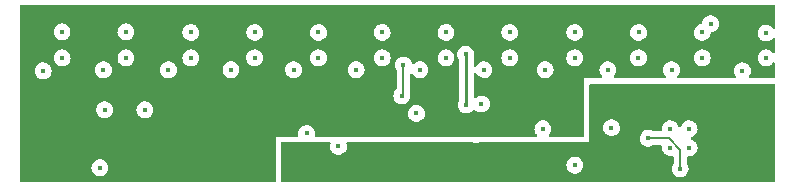
<source format=gbr>
%TF.GenerationSoftware,KiCad,Pcbnew,(6.0.0)*%
%TF.CreationDate,2022-04-23T18:16:59+01:00*%
%TF.ProjectId,pcb O,70636220-4f2e-46b6-9963-61645f706362,rev?*%
%TF.SameCoordinates,Original*%
%TF.FileFunction,Copper,L2,Inr*%
%TF.FilePolarity,Positive*%
%FSLAX46Y46*%
G04 Gerber Fmt 4.6, Leading zero omitted, Abs format (unit mm)*
G04 Created by KiCad (PCBNEW (6.0.0)) date 2022-04-23 18:16:59*
%MOMM*%
%LPD*%
G01*
G04 APERTURE LIST*
%TA.AperFunction,ViaPad*%
%ADD10C,0.400000*%
%TD*%
%TA.AperFunction,Conductor*%
%ADD11C,0.254000*%
%TD*%
%TA.AperFunction,Conductor*%
%ADD12C,0.127000*%
%TD*%
G04 APERTURE END LIST*
D10*
%TO.N,GND*%
X80000000Y-106848509D03*
X123305924Y-106837000D03*
X96200000Y-109000000D03*
X69100000Y-109000000D03*
X107000000Y-109000000D03*
X72700000Y-113400000D03*
X69100000Y-106798509D03*
X128700000Y-106900000D03*
X96200000Y-106848509D03*
X107000317Y-106848509D03*
X101602462Y-106848509D03*
X101600000Y-109000000D03*
X128700000Y-109000000D03*
X99100000Y-113700000D03*
X109800000Y-115000000D03*
X85407793Y-106848509D03*
X72300000Y-118300000D03*
X104600000Y-112900000D03*
X74500000Y-109000000D03*
X123300000Y-109000000D03*
X117907471Y-106848509D03*
X80000000Y-109000000D03*
X117900000Y-109000000D03*
X85400000Y-109000000D03*
X112500000Y-106848509D03*
X90800000Y-109000000D03*
X89800000Y-115400000D03*
X90800000Y-106848509D03*
X76100000Y-113400000D03*
X112500000Y-109000000D03*
X74502781Y-106798509D03*
%TO.N,GNDA*%
X122189588Y-115000000D03*
X115609588Y-114900000D03*
X112515000Y-118090000D03*
X120589588Y-116600000D03*
X92500000Y-116500000D03*
X120589588Y-115000000D03*
X122189588Y-116600000D03*
%TO.N,+3V3*%
X71100000Y-116300000D03*
X99300000Y-115400000D03*
X104100000Y-115500000D03*
%TO.N,+1V8*%
X96600000Y-117957440D03*
X120122688Y-113900000D03*
X123256488Y-113766900D03*
%TO.N,/RGB_VDD*%
X103262500Y-108700000D03*
X103300000Y-113000000D03*
%TO.N,/D2*%
X124000000Y-106100000D03*
X98000000Y-109600000D03*
X97854890Y-112232091D03*
%TO.N,/ELEC0*%
X126700000Y-110100000D03*
%TO.N,/ELEC1*%
X120700000Y-110000000D03*
%TO.N,/ELEC2*%
X115300000Y-110000000D03*
%TO.N,/ELEC3*%
X110000000Y-110000000D03*
%TO.N,/ELEC4*%
X104808276Y-109991724D03*
%TO.N,/ELEC5*%
X99400000Y-110000000D03*
%TO.N,/ELEC6*%
X94000000Y-110000000D03*
%TO.N,/ELEC7*%
X88700000Y-110000000D03*
%TO.N,/ELEC8*%
X83400000Y-110000000D03*
%TO.N,/ELEC9*%
X78100000Y-110000000D03*
%TO.N,/ELEC10*%
X72600000Y-110000000D03*
%TO.N,/ELEC11*%
X67500000Y-110100000D03*
%TO.N,Net-(C89-Pad1)*%
X121422688Y-118400000D03*
X118722688Y-115800000D03*
%TD*%
D11*
%TO.N,/RGB_VDD*%
X103300000Y-113000000D02*
X103300000Y-108737500D01*
D12*
%TO.N,/D2*%
X98000000Y-112086981D02*
X98000000Y-109600000D01*
X97854890Y-112232091D02*
X98000000Y-112086981D01*
%TO.N,Net-(C89-Pad1)*%
X118739151Y-115800000D02*
X120460849Y-115800000D01*
X120460849Y-115800000D02*
X121439151Y-116778302D01*
X121439151Y-118400000D02*
X121439151Y-116778302D01*
%TD*%
%TA.AperFunction,Conductor*%
%TO.N,+1V8*%
G36*
X129434121Y-111220002D02*
G01*
X129480614Y-111273658D01*
X129492000Y-111326000D01*
X129492000Y-119366000D01*
X129471998Y-119434121D01*
X129418342Y-119480614D01*
X129366000Y-119492000D01*
X87726000Y-119492000D01*
X87657879Y-119471998D01*
X87611386Y-119418342D01*
X87600000Y-119366000D01*
X87600000Y-118082526D01*
X111801335Y-118082526D01*
X111810744Y-118167751D01*
X111817590Y-118229758D01*
X111820153Y-118252975D01*
X111822762Y-118260106D01*
X111822763Y-118260108D01*
X111830688Y-118281764D01*
X111879085Y-118414015D01*
X111974730Y-118556349D01*
X112101565Y-118671760D01*
X112252268Y-118753585D01*
X112418139Y-118797101D01*
X112505586Y-118798474D01*
X112582003Y-118799675D01*
X112582006Y-118799675D01*
X112589602Y-118799794D01*
X112597006Y-118798098D01*
X112597008Y-118798098D01*
X112659846Y-118783706D01*
X112756759Y-118761510D01*
X112909958Y-118684459D01*
X112915729Y-118679530D01*
X112915732Y-118679528D01*
X113034578Y-118578023D01*
X113040355Y-118573089D01*
X113140424Y-118433830D01*
X113204385Y-118274720D01*
X113228547Y-118104947D01*
X113228704Y-118090000D01*
X113213718Y-117966165D01*
X113209015Y-117927299D01*
X113209014Y-117927296D01*
X113208102Y-117919758D01*
X113147487Y-117759344D01*
X113050357Y-117618019D01*
X113044686Y-117612966D01*
X112927993Y-117508996D01*
X112927990Y-117508994D01*
X112922321Y-117503943D01*
X112914325Y-117499709D01*
X112777481Y-117427254D01*
X112777482Y-117427254D01*
X112770769Y-117423700D01*
X112720471Y-117411066D01*
X112611822Y-117383775D01*
X112611818Y-117383775D01*
X112604451Y-117381924D01*
X112596852Y-117381884D01*
X112596850Y-117381884D01*
X112525394Y-117381510D01*
X112432969Y-117381026D01*
X112425589Y-117382798D01*
X112425587Y-117382798D01*
X112273602Y-117419286D01*
X112273598Y-117419287D01*
X112266223Y-117421058D01*
X112113839Y-117499709D01*
X111984615Y-117612439D01*
X111886010Y-117752739D01*
X111823718Y-117912509D01*
X111822726Y-117920042D01*
X111822726Y-117920043D01*
X111803008Y-118069819D01*
X111801335Y-118082526D01*
X87600000Y-118082526D01*
X87600000Y-116226000D01*
X87620002Y-116157879D01*
X87673658Y-116111386D01*
X87726000Y-116100000D01*
X89659818Y-116100000D01*
X89691793Y-116104125D01*
X89695785Y-116105172D01*
X89695787Y-116105172D01*
X89703139Y-116107101D01*
X89790586Y-116108474D01*
X89867003Y-116109675D01*
X89867006Y-116109675D01*
X89874602Y-116109794D01*
X89903482Y-116103180D01*
X89931609Y-116100000D01*
X91711107Y-116100000D01*
X91779228Y-116120002D01*
X91825721Y-116173658D01*
X91835825Y-116243932D01*
X91828500Y-116271769D01*
X91811479Y-116315426D01*
X91811478Y-116315430D01*
X91808718Y-116322509D01*
X91807726Y-116330042D01*
X91807726Y-116330043D01*
X91788879Y-116473205D01*
X91786335Y-116492526D01*
X91795744Y-116577751D01*
X91799851Y-116614947D01*
X91805153Y-116662975D01*
X91807762Y-116670106D01*
X91807763Y-116670108D01*
X91815688Y-116691764D01*
X91864085Y-116824015D01*
X91959730Y-116966349D01*
X92023148Y-117024055D01*
X92069629Y-117066349D01*
X92086565Y-117081760D01*
X92237268Y-117163585D01*
X92403139Y-117207101D01*
X92490586Y-117208474D01*
X92567003Y-117209675D01*
X92567006Y-117209675D01*
X92574602Y-117209794D01*
X92582006Y-117208098D01*
X92582008Y-117208098D01*
X92663088Y-117189528D01*
X92741759Y-117171510D01*
X92894958Y-117094459D01*
X92900729Y-117089530D01*
X92900732Y-117089528D01*
X93019578Y-116988023D01*
X93025355Y-116983089D01*
X93125424Y-116843830D01*
X93189385Y-116684720D01*
X93200854Y-116604133D01*
X93212966Y-116519031D01*
X93212966Y-116519027D01*
X93213547Y-116514947D01*
X93213704Y-116500000D01*
X93193102Y-116329758D01*
X93190363Y-116322509D01*
X93170725Y-116270537D01*
X93165357Y-116199744D01*
X93199115Y-116137287D01*
X93261281Y-116102995D01*
X93288591Y-116100000D01*
X99159818Y-116100000D01*
X99191793Y-116104125D01*
X99195785Y-116105172D01*
X99195787Y-116105172D01*
X99203139Y-116107101D01*
X99290586Y-116108474D01*
X99367003Y-116109675D01*
X99367006Y-116109675D01*
X99374602Y-116109794D01*
X99403482Y-116103180D01*
X99431609Y-116100000D01*
X103688159Y-116100000D01*
X103748281Y-116115269D01*
X103837268Y-116163585D01*
X104003139Y-116207101D01*
X104090586Y-116208474D01*
X104167003Y-116209675D01*
X104167006Y-116209675D01*
X104174602Y-116209794D01*
X104182006Y-116208098D01*
X104182008Y-116208098D01*
X104244846Y-116193706D01*
X104341759Y-116171510D01*
X104457229Y-116113435D01*
X104513842Y-116100000D01*
X113700000Y-116100000D01*
X113700000Y-115792526D01*
X118009023Y-115792526D01*
X118013277Y-115831058D01*
X118024702Y-115934539D01*
X118027841Y-115962975D01*
X118030450Y-115970106D01*
X118030451Y-115970108D01*
X118046770Y-116014701D01*
X118086773Y-116124015D01*
X118091010Y-116130321D01*
X118091012Y-116130324D01*
X118117233Y-116169344D01*
X118182418Y-116266349D01*
X118309253Y-116381760D01*
X118459956Y-116463585D01*
X118625827Y-116507101D01*
X118713274Y-116508474D01*
X118789691Y-116509675D01*
X118789694Y-116509675D01*
X118797290Y-116509794D01*
X118804694Y-116508098D01*
X118804696Y-116508098D01*
X118905568Y-116484995D01*
X118964447Y-116471510D01*
X119117646Y-116394459D01*
X119119938Y-116392501D01*
X119187842Y-116372000D01*
X119761280Y-116372000D01*
X119829401Y-116392002D01*
X119875894Y-116445658D01*
X119886202Y-116514446D01*
X119885599Y-116519031D01*
X119875923Y-116592526D01*
X119894741Y-116762975D01*
X119897350Y-116770106D01*
X119897351Y-116770108D01*
X119905276Y-116791764D01*
X119953673Y-116924015D01*
X120049318Y-117066349D01*
X120083960Y-117097871D01*
X120158296Y-117165511D01*
X120176153Y-117181760D01*
X120326856Y-117263585D01*
X120492727Y-117307101D01*
X120580174Y-117308474D01*
X120656591Y-117309675D01*
X120656594Y-117309675D01*
X120664190Y-117309794D01*
X120671594Y-117308098D01*
X120671596Y-117308098D01*
X120713022Y-117298610D01*
X120783888Y-117302899D01*
X120841187Y-117344821D01*
X120866724Y-117411066D01*
X120867151Y-117421430D01*
X120867151Y-117918377D01*
X120844238Y-117990828D01*
X120793698Y-118062739D01*
X120731406Y-118222509D01*
X120709023Y-118392526D01*
X120727841Y-118562975D01*
X120730450Y-118570106D01*
X120730451Y-118570108D01*
X120738376Y-118591764D01*
X120786773Y-118724015D01*
X120791010Y-118730321D01*
X120791012Y-118730324D01*
X120834589Y-118795173D01*
X120882418Y-118866349D01*
X121009253Y-118981760D01*
X121159956Y-119063585D01*
X121325827Y-119107101D01*
X121413274Y-119108474D01*
X121489691Y-119109675D01*
X121489694Y-119109675D01*
X121497290Y-119109794D01*
X121504694Y-119108098D01*
X121504696Y-119108098D01*
X121567534Y-119093706D01*
X121664447Y-119071510D01*
X121817646Y-118994459D01*
X121823417Y-118989530D01*
X121823420Y-118989528D01*
X121942266Y-118888023D01*
X121948043Y-118883089D01*
X122021158Y-118781340D01*
X122043680Y-118749998D01*
X122043681Y-118749997D01*
X122048112Y-118743830D01*
X122112073Y-118584720D01*
X122115168Y-118562975D01*
X122135654Y-118419031D01*
X122135654Y-118419027D01*
X122136235Y-118414947D01*
X122136392Y-118400000D01*
X122121231Y-118274720D01*
X122116703Y-118237299D01*
X122116702Y-118237296D01*
X122115790Y-118229758D01*
X122067070Y-118100822D01*
X122057859Y-118076447D01*
X122055175Y-118069344D01*
X122033310Y-118037531D01*
X122011151Y-117966165D01*
X122011151Y-117433814D01*
X122031153Y-117365693D01*
X122084809Y-117319200D01*
X122139130Y-117307830D01*
X122256591Y-117309675D01*
X122256594Y-117309675D01*
X122264190Y-117309794D01*
X122271594Y-117308098D01*
X122271596Y-117308098D01*
X122369390Y-117285700D01*
X122431347Y-117271510D01*
X122584546Y-117194459D01*
X122590317Y-117189530D01*
X122590320Y-117189528D01*
X122709166Y-117088023D01*
X122714943Y-117083089D01*
X122815012Y-116943830D01*
X122878973Y-116784720D01*
X122883142Y-116755425D01*
X122902554Y-116619031D01*
X122902554Y-116619027D01*
X122903135Y-116614947D01*
X122903292Y-116600000D01*
X122898846Y-116563262D01*
X122883603Y-116437299D01*
X122883602Y-116437296D01*
X122882690Y-116429758D01*
X122868424Y-116392002D01*
X122824759Y-116276447D01*
X122822075Y-116269344D01*
X122804610Y-116243932D01*
X122729247Y-116134278D01*
X122729246Y-116134276D01*
X122724945Y-116128019D01*
X122719274Y-116122966D01*
X122602581Y-116018996D01*
X122602578Y-116018994D01*
X122596909Y-116013943D01*
X122588913Y-116009709D01*
X122507020Y-115966349D01*
X122445357Y-115933700D01*
X122411888Y-115925293D01*
X122401704Y-115922735D01*
X122340508Y-115886739D01*
X122308488Y-115823374D01*
X122315809Y-115752756D01*
X122360147Y-115697306D01*
X122404270Y-115677711D01*
X122431347Y-115671510D01*
X122584546Y-115594459D01*
X122590317Y-115589530D01*
X122590320Y-115589528D01*
X122709166Y-115488023D01*
X122714943Y-115483089D01*
X122815012Y-115343830D01*
X122878973Y-115184720D01*
X122885728Y-115137254D01*
X122902554Y-115019031D01*
X122902554Y-115019027D01*
X122903135Y-115014947D01*
X122903292Y-115000000D01*
X122893906Y-114922439D01*
X122883603Y-114837299D01*
X122883602Y-114837296D01*
X122882690Y-114829758D01*
X122871861Y-114801098D01*
X122824759Y-114676447D01*
X122822075Y-114669344D01*
X122758229Y-114576447D01*
X122729247Y-114534278D01*
X122729246Y-114534276D01*
X122724945Y-114528019D01*
X122719274Y-114522966D01*
X122602581Y-114418996D01*
X122602578Y-114418994D01*
X122596909Y-114413943D01*
X122588913Y-114409709D01*
X122452069Y-114337254D01*
X122452070Y-114337254D01*
X122445357Y-114333700D01*
X122369707Y-114314698D01*
X122286410Y-114293775D01*
X122286406Y-114293775D01*
X122279039Y-114291924D01*
X122271440Y-114291884D01*
X122271438Y-114291884D01*
X122199982Y-114291510D01*
X122107557Y-114291026D01*
X122100177Y-114292798D01*
X122100175Y-114292798D01*
X121948190Y-114329286D01*
X121948186Y-114329287D01*
X121940811Y-114331058D01*
X121788427Y-114409709D01*
X121659203Y-114522439D01*
X121560598Y-114662739D01*
X121531528Y-114737299D01*
X121506654Y-114801098D01*
X121463273Y-114857299D01*
X121396394Y-114881126D01*
X121327250Y-114865012D01*
X121277794Y-114814075D01*
X121271395Y-114799866D01*
X121224759Y-114676447D01*
X121222075Y-114669344D01*
X121158229Y-114576447D01*
X121129247Y-114534278D01*
X121129246Y-114534276D01*
X121124945Y-114528019D01*
X121119274Y-114522966D01*
X121002581Y-114418996D01*
X121002578Y-114418994D01*
X120996909Y-114413943D01*
X120988913Y-114409709D01*
X120852069Y-114337254D01*
X120852070Y-114337254D01*
X120845357Y-114333700D01*
X120769707Y-114314698D01*
X120686410Y-114293775D01*
X120686406Y-114293775D01*
X120679039Y-114291924D01*
X120671440Y-114291884D01*
X120671438Y-114291884D01*
X120599982Y-114291510D01*
X120507557Y-114291026D01*
X120500177Y-114292798D01*
X120500175Y-114292798D01*
X120348190Y-114329286D01*
X120348186Y-114329287D01*
X120340811Y-114331058D01*
X120188427Y-114409709D01*
X120059203Y-114522439D01*
X119960598Y-114662739D01*
X119949219Y-114691924D01*
X119901646Y-114813943D01*
X119898306Y-114822509D01*
X119897314Y-114830042D01*
X119897314Y-114830043D01*
X119885599Y-114919031D01*
X119875923Y-114992526D01*
X119886483Y-115088173D01*
X119874077Y-115158077D01*
X119825848Y-115210177D01*
X119761244Y-115228000D01*
X119187856Y-115228000D01*
X119128897Y-115213354D01*
X118985170Y-115137254D01*
X118985167Y-115137253D01*
X118978457Y-115133700D01*
X118960884Y-115129286D01*
X118819510Y-115093775D01*
X118819506Y-115093775D01*
X118812139Y-115091924D01*
X118804540Y-115091884D01*
X118804538Y-115091884D01*
X118733082Y-115091510D01*
X118640657Y-115091026D01*
X118633277Y-115092798D01*
X118633275Y-115092798D01*
X118481290Y-115129286D01*
X118481286Y-115129287D01*
X118473911Y-115131058D01*
X118321527Y-115209709D01*
X118192303Y-115322439D01*
X118093698Y-115462739D01*
X118073343Y-115514947D01*
X118036410Y-115609675D01*
X118031406Y-115622509D01*
X118030414Y-115630042D01*
X118030414Y-115630043D01*
X118014259Y-115752756D01*
X118009023Y-115792526D01*
X113700000Y-115792526D01*
X113700000Y-114892526D01*
X114895923Y-114892526D01*
X114899842Y-114928019D01*
X114910882Y-115028019D01*
X114914741Y-115062975D01*
X114917350Y-115070106D01*
X114917351Y-115070108D01*
X114926012Y-115093775D01*
X114973673Y-115224015D01*
X115069318Y-115366349D01*
X115132736Y-115424055D01*
X115179217Y-115466349D01*
X115196153Y-115481760D01*
X115346856Y-115563585D01*
X115512727Y-115607101D01*
X115600174Y-115608474D01*
X115676591Y-115609675D01*
X115676594Y-115609675D01*
X115684190Y-115609794D01*
X115691594Y-115608098D01*
X115691596Y-115608098D01*
X115772676Y-115589528D01*
X115851347Y-115571510D01*
X116004546Y-115494459D01*
X116010317Y-115489530D01*
X116010320Y-115489528D01*
X116129166Y-115388023D01*
X116134943Y-115383089D01*
X116235012Y-115243830D01*
X116298973Y-115084720D01*
X116310442Y-115004133D01*
X116322554Y-114919031D01*
X116322554Y-114919027D01*
X116323135Y-114914947D01*
X116323292Y-114900000D01*
X116318846Y-114863262D01*
X116303603Y-114737299D01*
X116303602Y-114737296D01*
X116302690Y-114729758D01*
X116288055Y-114691026D01*
X116244759Y-114576447D01*
X116242075Y-114569344D01*
X116144945Y-114428019D01*
X116139274Y-114422966D01*
X116022581Y-114318996D01*
X116022578Y-114318994D01*
X116016909Y-114313943D01*
X116008913Y-114309709D01*
X115872069Y-114237254D01*
X115872070Y-114237254D01*
X115865357Y-114233700D01*
X115847784Y-114229286D01*
X115706410Y-114193775D01*
X115706406Y-114193775D01*
X115699039Y-114191924D01*
X115691440Y-114191884D01*
X115691438Y-114191884D01*
X115619982Y-114191510D01*
X115527557Y-114191026D01*
X115520177Y-114192798D01*
X115520175Y-114192798D01*
X115368190Y-114229286D01*
X115368186Y-114229287D01*
X115360811Y-114231058D01*
X115208427Y-114309709D01*
X115079203Y-114422439D01*
X114980598Y-114562739D01*
X114949452Y-114642624D01*
X114930231Y-114691924D01*
X114918306Y-114722509D01*
X114917314Y-114730042D01*
X114917314Y-114730043D01*
X114897424Y-114881126D01*
X114895923Y-114892526D01*
X113700000Y-114892526D01*
X113700000Y-111326000D01*
X113720002Y-111257879D01*
X113773658Y-111211386D01*
X113826000Y-111200000D01*
X129366000Y-111200000D01*
X129434121Y-111220002D01*
G37*
%TD.AperFunction*%
%TD*%
%TA.AperFunction,Conductor*%
%TO.N,+3V3*%
G36*
X129434121Y-104528002D02*
G01*
X129480614Y-104581658D01*
X129492000Y-104634000D01*
X129492000Y-106395651D01*
X129471998Y-106463772D01*
X129418342Y-106510265D01*
X129348068Y-106520369D01*
X129283488Y-106490875D01*
X129262160Y-106467018D01*
X129258433Y-106461595D01*
X129235357Y-106428019D01*
X129229686Y-106422966D01*
X129112993Y-106318996D01*
X129112990Y-106318994D01*
X129107321Y-106313943D01*
X129099325Y-106309709D01*
X129010072Y-106262452D01*
X128955769Y-106233700D01*
X128938196Y-106229286D01*
X128796822Y-106193775D01*
X128796818Y-106193775D01*
X128789451Y-106191924D01*
X128781852Y-106191884D01*
X128781850Y-106191884D01*
X128710394Y-106191510D01*
X128617969Y-106191026D01*
X128610589Y-106192798D01*
X128610587Y-106192798D01*
X128458602Y-106229286D01*
X128458598Y-106229287D01*
X128451223Y-106231058D01*
X128298839Y-106309709D01*
X128169615Y-106422439D01*
X128071010Y-106562739D01*
X128042521Y-106635808D01*
X128028794Y-106671018D01*
X128008718Y-106722509D01*
X128007726Y-106730042D01*
X128007726Y-106730043D01*
X127991586Y-106852642D01*
X127986335Y-106892526D01*
X127993115Y-106953934D01*
X128002647Y-107040273D01*
X128005153Y-107062975D01*
X128007762Y-107070106D01*
X128007763Y-107070108D01*
X128024333Y-107115388D01*
X128064085Y-107224015D01*
X128068322Y-107230321D01*
X128068324Y-107230324D01*
X128094964Y-107269968D01*
X128159730Y-107366349D01*
X128183565Y-107388037D01*
X128275525Y-107471714D01*
X128286565Y-107481760D01*
X128437268Y-107563585D01*
X128603139Y-107607101D01*
X128690586Y-107608474D01*
X128767003Y-107609675D01*
X128767006Y-107609675D01*
X128774602Y-107609794D01*
X128782006Y-107608098D01*
X128782008Y-107608098D01*
X128844846Y-107593706D01*
X128941759Y-107571510D01*
X129094958Y-107494459D01*
X129100729Y-107489530D01*
X129100732Y-107489528D01*
X129219578Y-107388023D01*
X129225355Y-107383089D01*
X129231054Y-107375159D01*
X129263678Y-107329758D01*
X129319673Y-107286111D01*
X129390377Y-107279666D01*
X129453341Y-107312469D01*
X129488575Y-107374105D01*
X129492000Y-107403285D01*
X129492000Y-108495651D01*
X129471998Y-108563772D01*
X129418342Y-108610265D01*
X129348068Y-108620369D01*
X129283488Y-108590875D01*
X129262160Y-108567018D01*
X129259929Y-108563772D01*
X129235357Y-108528019D01*
X129229686Y-108522966D01*
X129112993Y-108418996D01*
X129112990Y-108418994D01*
X129107321Y-108413943D01*
X129099325Y-108409709D01*
X129023986Y-108369819D01*
X128955769Y-108333700D01*
X128938196Y-108329286D01*
X128796822Y-108293775D01*
X128796818Y-108293775D01*
X128789451Y-108291924D01*
X128781852Y-108291884D01*
X128781850Y-108291884D01*
X128710394Y-108291510D01*
X128617969Y-108291026D01*
X128610589Y-108292798D01*
X128610587Y-108292798D01*
X128458602Y-108329286D01*
X128458598Y-108329287D01*
X128451223Y-108331058D01*
X128298839Y-108409709D01*
X128169615Y-108522439D01*
X128071010Y-108662739D01*
X128008718Y-108822509D01*
X128007726Y-108830042D01*
X128007726Y-108830043D01*
X127991953Y-108949855D01*
X127986335Y-108992526D01*
X127992522Y-109048562D01*
X128001985Y-109134278D01*
X128005153Y-109162975D01*
X128007762Y-109170106D01*
X128007763Y-109170108D01*
X128015688Y-109191764D01*
X128064085Y-109324015D01*
X128068322Y-109330321D01*
X128068324Y-109330324D01*
X128110962Y-109393775D01*
X128159730Y-109466349D01*
X128286565Y-109581760D01*
X128437268Y-109663585D01*
X128603139Y-109707101D01*
X128690586Y-109708474D01*
X128767003Y-109709675D01*
X128767006Y-109709675D01*
X128774602Y-109709794D01*
X128782006Y-109708098D01*
X128782008Y-109708098D01*
X128844846Y-109693706D01*
X128941759Y-109671510D01*
X129094958Y-109594459D01*
X129100729Y-109589530D01*
X129100732Y-109589528D01*
X129219578Y-109488023D01*
X129225355Y-109483089D01*
X129241916Y-109460043D01*
X129263678Y-109429758D01*
X129319673Y-109386111D01*
X129390377Y-109379666D01*
X129453341Y-109412469D01*
X129488575Y-109474105D01*
X129492000Y-109503285D01*
X129492000Y-110574000D01*
X129471998Y-110642121D01*
X129418342Y-110688614D01*
X129366000Y-110700000D01*
X127387043Y-110700000D01*
X127318922Y-110679998D01*
X127272429Y-110626342D01*
X127262325Y-110556068D01*
X127284721Y-110500473D01*
X127293170Y-110488715D01*
X127325424Y-110443830D01*
X127389385Y-110284720D01*
X127394473Y-110248972D01*
X127412966Y-110119031D01*
X127412966Y-110119027D01*
X127413547Y-110114947D01*
X127413704Y-110100000D01*
X127408565Y-110057531D01*
X127394015Y-109937299D01*
X127394014Y-109937296D01*
X127393102Y-109929758D01*
X127388236Y-109916879D01*
X127335171Y-109776447D01*
X127332487Y-109769344D01*
X127292850Y-109711672D01*
X127239659Y-109634278D01*
X127239658Y-109634276D01*
X127235357Y-109628019D01*
X127229686Y-109622966D01*
X127112993Y-109518996D01*
X127112990Y-109518994D01*
X127107321Y-109513943D01*
X127099325Y-109509709D01*
X127027083Y-109471459D01*
X126955769Y-109433700D01*
X126897230Y-109418996D01*
X126796822Y-109393775D01*
X126796818Y-109393775D01*
X126789451Y-109391924D01*
X126781852Y-109391884D01*
X126781850Y-109391884D01*
X126710394Y-109391510D01*
X126617969Y-109391026D01*
X126610589Y-109392798D01*
X126610587Y-109392798D01*
X126458602Y-109429286D01*
X126458598Y-109429287D01*
X126451223Y-109431058D01*
X126298839Y-109509709D01*
X126169615Y-109622439D01*
X126071010Y-109762739D01*
X126008718Y-109922509D01*
X126007726Y-109930042D01*
X126007726Y-109930043D01*
X125995998Y-110019130D01*
X125986335Y-110092526D01*
X126005153Y-110262975D01*
X126007762Y-110270106D01*
X126007763Y-110270108D01*
X126015688Y-110291764D01*
X126064085Y-110424015D01*
X126117649Y-110503726D01*
X126139041Y-110571420D01*
X126120437Y-110639936D01*
X126067745Y-110687518D01*
X126013067Y-110700000D01*
X121311692Y-110700000D01*
X121243571Y-110679998D01*
X121197078Y-110626342D01*
X121186974Y-110556068D01*
X121218943Y-110488715D01*
X121219584Y-110488018D01*
X121225355Y-110483089D01*
X121325424Y-110343830D01*
X121389385Y-110184720D01*
X121400854Y-110104133D01*
X121412966Y-110019031D01*
X121412966Y-110019027D01*
X121413547Y-110014947D01*
X121413704Y-110000000D01*
X121393102Y-109829758D01*
X121387291Y-109814378D01*
X121335171Y-109676447D01*
X121332487Y-109669344D01*
X121295101Y-109614947D01*
X121239659Y-109534278D01*
X121239658Y-109534276D01*
X121235357Y-109528019D01*
X121229686Y-109522966D01*
X121112993Y-109418996D01*
X121112990Y-109418994D01*
X121107321Y-109413943D01*
X121099325Y-109409709D01*
X120962481Y-109337254D01*
X120962482Y-109337254D01*
X120955769Y-109333700D01*
X120922821Y-109325424D01*
X120796822Y-109293775D01*
X120796818Y-109293775D01*
X120789451Y-109291924D01*
X120781852Y-109291884D01*
X120781850Y-109291884D01*
X120710394Y-109291510D01*
X120617969Y-109291026D01*
X120610589Y-109292798D01*
X120610587Y-109292798D01*
X120458602Y-109329286D01*
X120458598Y-109329287D01*
X120451223Y-109331058D01*
X120298839Y-109409709D01*
X120169615Y-109522439D01*
X120071010Y-109662739D01*
X120052664Y-109709794D01*
X120011945Y-109814233D01*
X120008718Y-109822509D01*
X120007726Y-109830042D01*
X120007726Y-109830043D01*
X119987425Y-109984250D01*
X119986335Y-109992526D01*
X119989272Y-110019130D01*
X119999851Y-110114947D01*
X120005153Y-110162975D01*
X120007762Y-110170106D01*
X120007763Y-110170108D01*
X120015688Y-110191764D01*
X120064085Y-110324015D01*
X120068322Y-110330321D01*
X120068324Y-110330324D01*
X120097465Y-110373690D01*
X120159730Y-110466349D01*
X120165345Y-110471458D01*
X120165350Y-110471464D01*
X120175618Y-110480807D01*
X120212540Y-110541447D01*
X120210817Y-110612423D01*
X120170995Y-110671199D01*
X120105717Y-110699116D01*
X120090818Y-110700000D01*
X115911692Y-110700000D01*
X115843571Y-110679998D01*
X115797078Y-110626342D01*
X115786974Y-110556068D01*
X115818943Y-110488715D01*
X115819584Y-110488018D01*
X115825355Y-110483089D01*
X115925424Y-110343830D01*
X115989385Y-110184720D01*
X116000854Y-110104133D01*
X116012966Y-110019031D01*
X116012966Y-110019027D01*
X116013547Y-110014947D01*
X116013704Y-110000000D01*
X115993102Y-109829758D01*
X115987291Y-109814378D01*
X115935171Y-109676447D01*
X115932487Y-109669344D01*
X115895101Y-109614947D01*
X115839659Y-109534278D01*
X115839658Y-109534276D01*
X115835357Y-109528019D01*
X115829686Y-109522966D01*
X115712993Y-109418996D01*
X115712990Y-109418994D01*
X115707321Y-109413943D01*
X115699325Y-109409709D01*
X115562481Y-109337254D01*
X115562482Y-109337254D01*
X115555769Y-109333700D01*
X115522821Y-109325424D01*
X115396822Y-109293775D01*
X115396818Y-109293775D01*
X115389451Y-109291924D01*
X115381852Y-109291884D01*
X115381850Y-109291884D01*
X115310394Y-109291510D01*
X115217969Y-109291026D01*
X115210589Y-109292798D01*
X115210587Y-109292798D01*
X115058602Y-109329286D01*
X115058598Y-109329287D01*
X115051223Y-109331058D01*
X114898839Y-109409709D01*
X114769615Y-109522439D01*
X114671010Y-109662739D01*
X114652664Y-109709794D01*
X114611945Y-109814233D01*
X114608718Y-109822509D01*
X114607726Y-109830042D01*
X114607726Y-109830043D01*
X114587425Y-109984250D01*
X114586335Y-109992526D01*
X114589272Y-110019130D01*
X114599851Y-110114947D01*
X114605153Y-110162975D01*
X114607762Y-110170106D01*
X114607763Y-110170108D01*
X114615688Y-110191764D01*
X114664085Y-110324015D01*
X114668322Y-110330321D01*
X114668324Y-110330324D01*
X114697465Y-110373690D01*
X114759730Y-110466349D01*
X114765345Y-110471458D01*
X114765350Y-110471464D01*
X114775618Y-110480807D01*
X114812540Y-110541447D01*
X114810817Y-110612423D01*
X114770995Y-110671199D01*
X114705717Y-110699116D01*
X114690818Y-110700000D01*
X113300000Y-110700000D01*
X113300000Y-115574000D01*
X113279998Y-115642121D01*
X113226342Y-115688614D01*
X113174000Y-115700000D01*
X110411692Y-115700000D01*
X110343571Y-115679998D01*
X110297078Y-115626342D01*
X110286974Y-115556068D01*
X110318943Y-115488715D01*
X110319584Y-115488018D01*
X110325355Y-115483089D01*
X110425424Y-115343830D01*
X110489385Y-115184720D01*
X110502592Y-115091924D01*
X110512966Y-115019031D01*
X110512966Y-115019027D01*
X110513547Y-115014947D01*
X110513704Y-115000000D01*
X110503411Y-114914947D01*
X110494015Y-114837299D01*
X110494014Y-114837296D01*
X110493102Y-114829758D01*
X110489036Y-114818996D01*
X110435171Y-114676447D01*
X110432487Y-114669344D01*
X110359801Y-114563585D01*
X110339659Y-114534278D01*
X110339658Y-114534276D01*
X110335357Y-114528019D01*
X110329686Y-114522966D01*
X110212993Y-114418996D01*
X110212990Y-114418994D01*
X110207321Y-114413943D01*
X110199325Y-114409709D01*
X110112212Y-114363585D01*
X110055769Y-114333700D01*
X110038196Y-114329286D01*
X109896822Y-114293775D01*
X109896818Y-114293775D01*
X109889451Y-114291924D01*
X109881852Y-114291884D01*
X109881850Y-114291884D01*
X109810394Y-114291510D01*
X109717969Y-114291026D01*
X109710589Y-114292798D01*
X109710587Y-114292798D01*
X109558602Y-114329286D01*
X109558598Y-114329287D01*
X109551223Y-114331058D01*
X109398839Y-114409709D01*
X109269615Y-114522439D01*
X109171010Y-114662739D01*
X109158910Y-114693775D01*
X109112058Y-114813943D01*
X109108718Y-114822509D01*
X109107726Y-114830042D01*
X109107726Y-114830043D01*
X109095493Y-114922966D01*
X109086335Y-114992526D01*
X109105153Y-115162975D01*
X109107762Y-115170106D01*
X109107763Y-115170108D01*
X109124348Y-115215429D01*
X109164085Y-115324015D01*
X109259730Y-115466349D01*
X109265345Y-115471458D01*
X109265350Y-115471464D01*
X109275618Y-115480807D01*
X109312540Y-115541447D01*
X109310817Y-115612423D01*
X109270995Y-115671199D01*
X109205717Y-115699116D01*
X109190818Y-115700000D01*
X90618180Y-115700000D01*
X90550059Y-115679998D01*
X90503566Y-115626342D01*
X90493437Y-115556246D01*
X90493463Y-115556068D01*
X90513547Y-115414947D01*
X90513704Y-115400000D01*
X90493102Y-115229758D01*
X90478746Y-115191764D01*
X90435171Y-115076447D01*
X90432487Y-115069344D01*
X90387669Y-115004133D01*
X90339659Y-114934278D01*
X90339658Y-114934276D01*
X90335357Y-114928019D01*
X90329686Y-114922966D01*
X90212993Y-114818996D01*
X90212990Y-114818994D01*
X90207321Y-114813943D01*
X90199325Y-114809709D01*
X90062481Y-114737254D01*
X90062482Y-114737254D01*
X90055769Y-114733700D01*
X90011216Y-114722509D01*
X89896822Y-114693775D01*
X89896818Y-114693775D01*
X89889451Y-114691924D01*
X89881852Y-114691884D01*
X89881850Y-114691884D01*
X89810394Y-114691510D01*
X89717969Y-114691026D01*
X89710589Y-114692798D01*
X89710587Y-114692798D01*
X89558602Y-114729286D01*
X89558598Y-114729287D01*
X89551223Y-114731058D01*
X89398839Y-114809709D01*
X89269615Y-114922439D01*
X89171010Y-115062739D01*
X89159631Y-115091924D01*
X89112058Y-115213943D01*
X89108718Y-115222509D01*
X89107726Y-115230042D01*
X89107726Y-115230043D01*
X89091934Y-115349998D01*
X89086335Y-115392526D01*
X89104410Y-115556246D01*
X89104844Y-115560173D01*
X89092438Y-115630077D01*
X89044209Y-115682178D01*
X88979605Y-115700000D01*
X87200000Y-115700000D01*
X87200000Y-119366000D01*
X87179998Y-119434121D01*
X87126342Y-119480614D01*
X87074000Y-119492000D01*
X65634000Y-119492000D01*
X65565879Y-119471998D01*
X65519386Y-119418342D01*
X65508000Y-119366000D01*
X65508000Y-118292526D01*
X71586335Y-118292526D01*
X71595744Y-118377750D01*
X71600827Y-118423789D01*
X71605153Y-118462975D01*
X71607762Y-118470106D01*
X71607763Y-118470108D01*
X71615688Y-118491764D01*
X71664085Y-118624015D01*
X71759730Y-118766349D01*
X71793526Y-118797101D01*
X71869629Y-118866349D01*
X71886565Y-118881760D01*
X72037268Y-118963585D01*
X72203139Y-119007101D01*
X72290586Y-119008474D01*
X72367003Y-119009675D01*
X72367006Y-119009675D01*
X72374602Y-119009794D01*
X72382006Y-119008098D01*
X72382008Y-119008098D01*
X72444846Y-118993706D01*
X72541759Y-118971510D01*
X72694958Y-118894459D01*
X72700729Y-118889530D01*
X72700732Y-118889528D01*
X72819578Y-118788023D01*
X72825355Y-118783089D01*
X72908606Y-118667234D01*
X72920992Y-118649998D01*
X72920993Y-118649997D01*
X72925424Y-118643830D01*
X72989385Y-118484720D01*
X73013547Y-118314947D01*
X73013704Y-118300000D01*
X72993102Y-118129758D01*
X72932487Y-117969344D01*
X72919169Y-117949966D01*
X72839659Y-117834278D01*
X72839658Y-117834276D01*
X72835357Y-117828019D01*
X72829686Y-117822966D01*
X72712993Y-117718996D01*
X72712990Y-117718994D01*
X72707321Y-117713943D01*
X72699325Y-117709709D01*
X72562481Y-117637254D01*
X72562482Y-117637254D01*
X72555769Y-117633700D01*
X72538196Y-117629286D01*
X72396822Y-117593775D01*
X72396818Y-117593775D01*
X72389451Y-117591924D01*
X72381852Y-117591884D01*
X72381850Y-117591884D01*
X72310394Y-117591510D01*
X72217969Y-117591026D01*
X72210589Y-117592798D01*
X72210587Y-117592798D01*
X72058602Y-117629286D01*
X72058598Y-117629287D01*
X72051223Y-117631058D01*
X71898839Y-117709709D01*
X71769615Y-117822439D01*
X71671010Y-117962739D01*
X71608718Y-118122509D01*
X71607726Y-118130042D01*
X71607726Y-118130043D01*
X71587793Y-118281455D01*
X71586335Y-118292526D01*
X65508000Y-118292526D01*
X65508000Y-113392526D01*
X71986335Y-113392526D01*
X71991162Y-113436244D01*
X72001486Y-113529758D01*
X72005153Y-113562975D01*
X72007762Y-113570106D01*
X72007763Y-113570108D01*
X72022243Y-113609675D01*
X72064085Y-113724015D01*
X72068322Y-113730321D01*
X72068324Y-113730324D01*
X72102947Y-113781847D01*
X72159730Y-113866349D01*
X72223148Y-113924055D01*
X72253442Y-113951620D01*
X72286565Y-113981760D01*
X72437268Y-114063585D01*
X72603139Y-114107101D01*
X72690586Y-114108474D01*
X72767003Y-114109675D01*
X72767006Y-114109675D01*
X72774602Y-114109794D01*
X72782006Y-114108098D01*
X72782008Y-114108098D01*
X72857032Y-114090915D01*
X72941759Y-114071510D01*
X73094958Y-113994459D01*
X73100729Y-113989530D01*
X73100732Y-113989528D01*
X73219578Y-113888023D01*
X73225355Y-113883089D01*
X73325424Y-113743830D01*
X73389385Y-113584720D01*
X73398239Y-113522509D01*
X73412966Y-113419031D01*
X73412966Y-113419027D01*
X73413547Y-113414947D01*
X73413704Y-113400000D01*
X73412800Y-113392526D01*
X75386335Y-113392526D01*
X75391162Y-113436244D01*
X75401486Y-113529758D01*
X75405153Y-113562975D01*
X75407762Y-113570106D01*
X75407763Y-113570108D01*
X75422243Y-113609675D01*
X75464085Y-113724015D01*
X75468322Y-113730321D01*
X75468324Y-113730324D01*
X75502947Y-113781847D01*
X75559730Y-113866349D01*
X75623148Y-113924055D01*
X75653442Y-113951620D01*
X75686565Y-113981760D01*
X75837268Y-114063585D01*
X76003139Y-114107101D01*
X76090586Y-114108474D01*
X76167003Y-114109675D01*
X76167006Y-114109675D01*
X76174602Y-114109794D01*
X76182006Y-114108098D01*
X76182008Y-114108098D01*
X76257032Y-114090915D01*
X76341759Y-114071510D01*
X76494958Y-113994459D01*
X76500729Y-113989530D01*
X76500732Y-113989528D01*
X76619578Y-113888023D01*
X76625355Y-113883089D01*
X76725424Y-113743830D01*
X76746048Y-113692526D01*
X98386335Y-113692526D01*
X98405153Y-113862975D01*
X98407762Y-113870106D01*
X98407763Y-113870108D01*
X98414319Y-113888023D01*
X98464085Y-114024015D01*
X98468322Y-114030321D01*
X98468324Y-114030324D01*
X98496000Y-114071510D01*
X98559730Y-114166349D01*
X98686565Y-114281760D01*
X98837268Y-114363585D01*
X99003139Y-114407101D01*
X99090586Y-114408474D01*
X99167003Y-114409675D01*
X99167006Y-114409675D01*
X99174602Y-114409794D01*
X99182006Y-114408098D01*
X99182008Y-114408098D01*
X99244846Y-114393706D01*
X99341759Y-114371510D01*
X99494958Y-114294459D01*
X99500729Y-114289530D01*
X99500732Y-114289528D01*
X99619578Y-114188023D01*
X99625355Y-114183089D01*
X99705534Y-114071510D01*
X99720992Y-114049998D01*
X99720993Y-114049997D01*
X99725424Y-114043830D01*
X99789385Y-113884720D01*
X99808559Y-113749998D01*
X99812966Y-113719031D01*
X99812966Y-113719027D01*
X99813547Y-113714947D01*
X99813704Y-113700000D01*
X99802773Y-113609675D01*
X99794015Y-113537299D01*
X99794014Y-113537296D01*
X99793102Y-113529758D01*
X99777901Y-113489528D01*
X99735171Y-113376447D01*
X99732487Y-113369344D01*
X99635357Y-113228019D01*
X99629686Y-113222966D01*
X99512993Y-113118996D01*
X99512990Y-113118994D01*
X99507321Y-113113943D01*
X99499325Y-113109709D01*
X99423986Y-113069819D01*
X99355769Y-113033700D01*
X99338196Y-113029286D01*
X99196822Y-112993775D01*
X99196818Y-112993775D01*
X99189451Y-112991924D01*
X99181852Y-112991884D01*
X99181850Y-112991884D01*
X99110394Y-112991510D01*
X99017969Y-112991026D01*
X99010589Y-112992798D01*
X99010587Y-112992798D01*
X98858602Y-113029286D01*
X98858598Y-113029287D01*
X98851223Y-113031058D01*
X98698839Y-113109709D01*
X98569615Y-113222439D01*
X98471010Y-113362739D01*
X98439864Y-113442624D01*
X98422164Y-113488023D01*
X98408718Y-113522509D01*
X98407726Y-113530042D01*
X98407726Y-113530043D01*
X98388879Y-113673205D01*
X98386335Y-113692526D01*
X76746048Y-113692526D01*
X76789385Y-113584720D01*
X76798239Y-113522509D01*
X76812966Y-113419031D01*
X76812966Y-113419027D01*
X76813547Y-113414947D01*
X76813704Y-113400000D01*
X76803290Y-113313943D01*
X76794015Y-113237299D01*
X76794014Y-113237296D01*
X76793102Y-113229758D01*
X76790337Y-113222439D01*
X76735171Y-113076447D01*
X76732487Y-113069344D01*
X76704956Y-113029286D01*
X76639659Y-112934278D01*
X76639658Y-112934276D01*
X76635357Y-112928019D01*
X76629686Y-112922966D01*
X76512993Y-112818996D01*
X76512990Y-112818994D01*
X76507321Y-112813943D01*
X76499325Y-112809709D01*
X76362481Y-112737254D01*
X76362482Y-112737254D01*
X76355769Y-112733700D01*
X76301681Y-112720114D01*
X76196822Y-112693775D01*
X76196818Y-112693775D01*
X76189451Y-112691924D01*
X76181852Y-112691884D01*
X76181850Y-112691884D01*
X76110394Y-112691510D01*
X76017969Y-112691026D01*
X76010589Y-112692798D01*
X76010587Y-112692798D01*
X75858602Y-112729286D01*
X75858598Y-112729287D01*
X75851223Y-112731058D01*
X75698839Y-112809709D01*
X75569615Y-112922439D01*
X75471010Y-113062739D01*
X75451046Y-113113943D01*
X75420643Y-113191924D01*
X75408718Y-113222509D01*
X75407726Y-113230042D01*
X75407726Y-113230043D01*
X75388390Y-113376919D01*
X75386335Y-113392526D01*
X73412800Y-113392526D01*
X73403290Y-113313943D01*
X73394015Y-113237299D01*
X73394014Y-113237296D01*
X73393102Y-113229758D01*
X73390337Y-113222439D01*
X73335171Y-113076447D01*
X73332487Y-113069344D01*
X73304956Y-113029286D01*
X73239659Y-112934278D01*
X73239658Y-112934276D01*
X73235357Y-112928019D01*
X73229686Y-112922966D01*
X73112993Y-112818996D01*
X73112990Y-112818994D01*
X73107321Y-112813943D01*
X73099325Y-112809709D01*
X72962481Y-112737254D01*
X72962482Y-112737254D01*
X72955769Y-112733700D01*
X72901681Y-112720114D01*
X72796822Y-112693775D01*
X72796818Y-112693775D01*
X72789451Y-112691924D01*
X72781852Y-112691884D01*
X72781850Y-112691884D01*
X72710394Y-112691510D01*
X72617969Y-112691026D01*
X72610589Y-112692798D01*
X72610587Y-112692798D01*
X72458602Y-112729286D01*
X72458598Y-112729287D01*
X72451223Y-112731058D01*
X72298839Y-112809709D01*
X72169615Y-112922439D01*
X72071010Y-113062739D01*
X72051046Y-113113943D01*
X72020643Y-113191924D01*
X72008718Y-113222509D01*
X72007726Y-113230042D01*
X72007726Y-113230043D01*
X71988390Y-113376919D01*
X71986335Y-113392526D01*
X65508000Y-113392526D01*
X65508000Y-112224617D01*
X97141225Y-112224617D01*
X97145387Y-112262312D01*
X97158060Y-112377100D01*
X97160043Y-112395066D01*
X97162652Y-112402197D01*
X97162653Y-112402199D01*
X97170060Y-112422439D01*
X97218975Y-112556106D01*
X97223212Y-112562412D01*
X97223214Y-112562415D01*
X97236435Y-112582089D01*
X97314620Y-112698440D01*
X97441455Y-112813851D01*
X97592158Y-112895676D01*
X97758029Y-112939192D01*
X97845476Y-112940565D01*
X97921893Y-112941766D01*
X97921896Y-112941766D01*
X97929492Y-112941885D01*
X97936896Y-112940189D01*
X97936898Y-112940189D01*
X98036194Y-112917447D01*
X98096649Y-112903601D01*
X98249848Y-112826550D01*
X98255619Y-112821621D01*
X98255622Y-112821619D01*
X98374468Y-112720114D01*
X98380245Y-112715180D01*
X98480314Y-112575921D01*
X98544275Y-112416811D01*
X98568437Y-112247038D01*
X98568594Y-112232091D01*
X98565352Y-112205300D01*
X98565517Y-112173719D01*
X98575858Y-112095169D01*
X98576936Y-112086981D01*
X98573078Y-112057675D01*
X98572000Y-112041230D01*
X98572000Y-110451579D01*
X98592002Y-110383458D01*
X98645658Y-110336965D01*
X98715932Y-110326861D01*
X98780512Y-110356355D01*
X98802581Y-110381303D01*
X98859730Y-110466349D01*
X98923147Y-110524054D01*
X98969629Y-110566349D01*
X98986565Y-110581760D01*
X99137268Y-110663585D01*
X99303139Y-110707101D01*
X99390586Y-110708474D01*
X99467003Y-110709675D01*
X99467006Y-110709675D01*
X99474602Y-110709794D01*
X99482006Y-110708098D01*
X99482008Y-110708098D01*
X99571864Y-110687518D01*
X99641759Y-110671510D01*
X99794958Y-110594459D01*
X99800729Y-110589530D01*
X99800732Y-110589528D01*
X99919578Y-110488023D01*
X99925355Y-110483089D01*
X100025424Y-110343830D01*
X100089385Y-110184720D01*
X100100854Y-110104133D01*
X100112966Y-110019031D01*
X100112966Y-110019027D01*
X100113547Y-110014947D01*
X100113704Y-110000000D01*
X100093102Y-109829758D01*
X100087291Y-109814378D01*
X100035171Y-109676447D01*
X100032487Y-109669344D01*
X99995101Y-109614947D01*
X99939659Y-109534278D01*
X99939658Y-109534276D01*
X99935357Y-109528019D01*
X99929686Y-109522966D01*
X99812993Y-109418996D01*
X99812990Y-109418994D01*
X99807321Y-109413943D01*
X99799325Y-109409709D01*
X99662481Y-109337254D01*
X99662482Y-109337254D01*
X99655769Y-109333700D01*
X99622821Y-109325424D01*
X99496822Y-109293775D01*
X99496818Y-109293775D01*
X99489451Y-109291924D01*
X99481852Y-109291884D01*
X99481850Y-109291884D01*
X99410394Y-109291510D01*
X99317969Y-109291026D01*
X99310589Y-109292798D01*
X99310587Y-109292798D01*
X99158602Y-109329286D01*
X99158598Y-109329287D01*
X99151223Y-109331058D01*
X98998839Y-109409709D01*
X98993122Y-109414696D01*
X98993115Y-109414701D01*
X98898080Y-109497606D01*
X98833598Y-109527314D01*
X98763291Y-109517444D01*
X98709481Y-109471131D01*
X98693682Y-109434552D01*
X98693102Y-109429758D01*
X98632487Y-109269344D01*
X98535357Y-109128019D01*
X98529686Y-109122966D01*
X98412993Y-109018996D01*
X98412990Y-109018994D01*
X98407321Y-109013943D01*
X98399325Y-109009709D01*
X98366872Y-108992526D01*
X100886335Y-108992526D01*
X100892522Y-109048562D01*
X100901985Y-109134278D01*
X100905153Y-109162975D01*
X100907762Y-109170106D01*
X100907763Y-109170108D01*
X100915688Y-109191764D01*
X100964085Y-109324015D01*
X100968322Y-109330321D01*
X100968324Y-109330324D01*
X101010962Y-109393775D01*
X101059730Y-109466349D01*
X101186565Y-109581760D01*
X101337268Y-109663585D01*
X101503139Y-109707101D01*
X101590586Y-109708474D01*
X101667003Y-109709675D01*
X101667006Y-109709675D01*
X101674602Y-109709794D01*
X101682006Y-109708098D01*
X101682008Y-109708098D01*
X101744846Y-109693706D01*
X101841759Y-109671510D01*
X101994958Y-109594459D01*
X102000729Y-109589530D01*
X102000732Y-109589528D01*
X102119578Y-109488023D01*
X102125355Y-109483089D01*
X102225424Y-109343830D01*
X102289385Y-109184720D01*
X102296564Y-109134278D01*
X102312966Y-109019031D01*
X102312966Y-109019027D01*
X102313547Y-109014947D01*
X102313704Y-109000000D01*
X102305361Y-108931058D01*
X102294015Y-108837299D01*
X102294014Y-108837296D01*
X102293102Y-108829758D01*
X102241247Y-108692526D01*
X102548835Y-108692526D01*
X102558244Y-108777751D01*
X102563986Y-108829758D01*
X102567653Y-108862975D01*
X102570262Y-108870106D01*
X102570263Y-108870108D01*
X102578924Y-108893775D01*
X102626585Y-109024015D01*
X102643082Y-109048565D01*
X102664500Y-109118839D01*
X102664500Y-112655742D01*
X102655893Y-112701512D01*
X102612058Y-112813943D01*
X102608718Y-112822509D01*
X102607726Y-112830042D01*
X102607726Y-112830043D01*
X102593018Y-112941766D01*
X102586335Y-112992526D01*
X102594087Y-113062739D01*
X102600298Y-113118996D01*
X102605153Y-113162975D01*
X102607762Y-113170106D01*
X102607763Y-113170108D01*
X102615418Y-113191026D01*
X102664085Y-113324015D01*
X102668322Y-113330321D01*
X102668324Y-113330324D01*
X102690340Y-113363086D01*
X102759730Y-113466349D01*
X102794372Y-113497871D01*
X102873760Y-113570108D01*
X102886565Y-113581760D01*
X103037268Y-113663585D01*
X103203139Y-113707101D01*
X103290586Y-113708474D01*
X103367003Y-113709675D01*
X103367006Y-113709675D01*
X103374602Y-113709794D01*
X103382006Y-113708098D01*
X103382008Y-113708098D01*
X103482880Y-113684995D01*
X103541759Y-113671510D01*
X103694958Y-113594459D01*
X103700729Y-113589530D01*
X103700732Y-113589528D01*
X103819578Y-113488023D01*
X103825355Y-113483089D01*
X103841916Y-113460043D01*
X103886214Y-113398396D01*
X103942209Y-113354749D01*
X104012912Y-113348303D01*
X104073336Y-113378730D01*
X104180944Y-113476646D01*
X104180948Y-113476649D01*
X104186565Y-113481760D01*
X104337268Y-113563585D01*
X104503139Y-113607101D01*
X104590586Y-113608474D01*
X104667003Y-113609675D01*
X104667006Y-113609675D01*
X104674602Y-113609794D01*
X104682006Y-113608098D01*
X104682008Y-113608098D01*
X104763088Y-113589528D01*
X104841759Y-113571510D01*
X104994958Y-113494459D01*
X105000729Y-113489530D01*
X105000732Y-113489528D01*
X105119578Y-113388023D01*
X105125355Y-113383089D01*
X105225424Y-113243830D01*
X105289385Y-113084720D01*
X105296646Y-113033700D01*
X105312966Y-112919031D01*
X105312966Y-112919027D01*
X105313547Y-112914947D01*
X105313621Y-112907857D01*
X105313661Y-112904133D01*
X105313661Y-112904127D01*
X105313704Y-112900000D01*
X105302860Y-112810388D01*
X105294015Y-112737299D01*
X105294014Y-112737296D01*
X105293102Y-112729758D01*
X105287594Y-112715180D01*
X105235171Y-112576447D01*
X105232487Y-112569344D01*
X105135357Y-112428019D01*
X105129686Y-112422966D01*
X105012993Y-112318996D01*
X105012990Y-112318994D01*
X105007321Y-112313943D01*
X104999325Y-112309709D01*
X104862481Y-112237254D01*
X104862482Y-112237254D01*
X104855769Y-112233700D01*
X104789626Y-112217086D01*
X104696822Y-112193775D01*
X104696818Y-112193775D01*
X104689451Y-112191924D01*
X104681852Y-112191884D01*
X104681850Y-112191884D01*
X104610394Y-112191510D01*
X104517969Y-112191026D01*
X104510589Y-112192798D01*
X104510587Y-112192798D01*
X104358602Y-112229286D01*
X104358598Y-112229287D01*
X104351223Y-112231058D01*
X104198839Y-112309709D01*
X104193122Y-112314696D01*
X104193115Y-112314701D01*
X104144330Y-112357260D01*
X104079848Y-112386969D01*
X104009541Y-112377100D01*
X103955730Y-112330786D01*
X103935500Y-112262312D01*
X103935500Y-110373690D01*
X103955502Y-110305569D01*
X104009158Y-110259076D01*
X104079432Y-110248972D01*
X104144012Y-110278466D01*
X104171640Y-110313770D01*
X104172361Y-110315739D01*
X104268006Y-110458073D01*
X104292990Y-110480807D01*
X104380070Y-110560043D01*
X104394841Y-110573484D01*
X104545544Y-110655309D01*
X104711415Y-110698825D01*
X104798862Y-110700198D01*
X104875279Y-110701399D01*
X104875282Y-110701399D01*
X104882878Y-110701518D01*
X104890282Y-110699822D01*
X104890284Y-110699822D01*
X104976839Y-110679998D01*
X105050035Y-110663234D01*
X105203234Y-110586183D01*
X105209005Y-110581254D01*
X105209008Y-110581252D01*
X105327854Y-110479747D01*
X105333631Y-110474813D01*
X105433700Y-110335554D01*
X105497661Y-110176444D01*
X105508530Y-110100076D01*
X105521242Y-110010755D01*
X105521242Y-110010751D01*
X105521823Y-110006671D01*
X105521897Y-109999581D01*
X105521937Y-109995857D01*
X105521937Y-109995851D01*
X105521972Y-109992526D01*
X109286335Y-109992526D01*
X109289272Y-110019130D01*
X109299851Y-110114947D01*
X109305153Y-110162975D01*
X109307762Y-110170106D01*
X109307763Y-110170108D01*
X109315688Y-110191764D01*
X109364085Y-110324015D01*
X109368322Y-110330321D01*
X109368324Y-110330324D01*
X109397465Y-110373690D01*
X109459730Y-110466349D01*
X109523147Y-110524054D01*
X109569629Y-110566349D01*
X109586565Y-110581760D01*
X109737268Y-110663585D01*
X109903139Y-110707101D01*
X109990586Y-110708474D01*
X110067003Y-110709675D01*
X110067006Y-110709675D01*
X110074602Y-110709794D01*
X110082006Y-110708098D01*
X110082008Y-110708098D01*
X110171864Y-110687518D01*
X110241759Y-110671510D01*
X110394958Y-110594459D01*
X110400729Y-110589530D01*
X110400732Y-110589528D01*
X110519578Y-110488023D01*
X110525355Y-110483089D01*
X110625424Y-110343830D01*
X110689385Y-110184720D01*
X110700854Y-110104133D01*
X110712966Y-110019031D01*
X110712966Y-110019027D01*
X110713547Y-110014947D01*
X110713704Y-110000000D01*
X110693102Y-109829758D01*
X110687291Y-109814378D01*
X110635171Y-109676447D01*
X110632487Y-109669344D01*
X110595101Y-109614947D01*
X110539659Y-109534278D01*
X110539658Y-109534276D01*
X110535357Y-109528019D01*
X110529686Y-109522966D01*
X110412993Y-109418996D01*
X110412990Y-109418994D01*
X110407321Y-109413943D01*
X110399325Y-109409709D01*
X110262481Y-109337254D01*
X110262482Y-109337254D01*
X110255769Y-109333700D01*
X110222821Y-109325424D01*
X110096822Y-109293775D01*
X110096818Y-109293775D01*
X110089451Y-109291924D01*
X110081852Y-109291884D01*
X110081850Y-109291884D01*
X110010394Y-109291510D01*
X109917969Y-109291026D01*
X109910589Y-109292798D01*
X109910587Y-109292798D01*
X109758602Y-109329286D01*
X109758598Y-109329287D01*
X109751223Y-109331058D01*
X109598839Y-109409709D01*
X109469615Y-109522439D01*
X109371010Y-109662739D01*
X109352664Y-109709794D01*
X109311945Y-109814233D01*
X109308718Y-109822509D01*
X109307726Y-109830042D01*
X109307726Y-109830043D01*
X109287425Y-109984250D01*
X109286335Y-109992526D01*
X105521972Y-109992526D01*
X105521980Y-109991724D01*
X105513786Y-109924015D01*
X105502291Y-109829023D01*
X105502290Y-109829020D01*
X105501378Y-109821482D01*
X105481857Y-109769819D01*
X105443447Y-109668171D01*
X105440763Y-109661068D01*
X105409065Y-109614947D01*
X105347935Y-109526002D01*
X105347934Y-109526000D01*
X105343633Y-109519743D01*
X105337962Y-109514690D01*
X105221269Y-109410720D01*
X105221266Y-109410718D01*
X105215597Y-109405667D01*
X105207601Y-109401433D01*
X105081260Y-109334539D01*
X105064045Y-109325424D01*
X105030026Y-109316879D01*
X104905098Y-109285499D01*
X104905094Y-109285499D01*
X104897727Y-109283648D01*
X104890128Y-109283608D01*
X104890126Y-109283608D01*
X104818670Y-109283234D01*
X104726245Y-109282750D01*
X104718865Y-109284522D01*
X104718863Y-109284522D01*
X104566878Y-109321010D01*
X104566874Y-109321011D01*
X104559499Y-109322782D01*
X104407115Y-109401433D01*
X104277891Y-109514163D01*
X104179286Y-109654463D01*
X104176525Y-109661544D01*
X104172938Y-109668234D01*
X104170182Y-109666756D01*
X104135513Y-109711672D01*
X104068634Y-109735499D01*
X103999490Y-109719386D01*
X103950034Y-109668448D01*
X103935500Y-109609701D01*
X103935500Y-108992526D01*
X106286335Y-108992526D01*
X106292522Y-109048562D01*
X106301985Y-109134278D01*
X106305153Y-109162975D01*
X106307762Y-109170106D01*
X106307763Y-109170108D01*
X106315688Y-109191764D01*
X106364085Y-109324015D01*
X106368322Y-109330321D01*
X106368324Y-109330324D01*
X106410962Y-109393775D01*
X106459730Y-109466349D01*
X106586565Y-109581760D01*
X106737268Y-109663585D01*
X106903139Y-109707101D01*
X106990586Y-109708474D01*
X107067003Y-109709675D01*
X107067006Y-109709675D01*
X107074602Y-109709794D01*
X107082006Y-109708098D01*
X107082008Y-109708098D01*
X107144846Y-109693706D01*
X107241759Y-109671510D01*
X107394958Y-109594459D01*
X107400729Y-109589530D01*
X107400732Y-109589528D01*
X107519578Y-109488023D01*
X107525355Y-109483089D01*
X107625424Y-109343830D01*
X107689385Y-109184720D01*
X107696564Y-109134278D01*
X107712966Y-109019031D01*
X107712966Y-109019027D01*
X107713547Y-109014947D01*
X107713704Y-109000000D01*
X107712800Y-108992526D01*
X111786335Y-108992526D01*
X111792522Y-109048562D01*
X111801985Y-109134278D01*
X111805153Y-109162975D01*
X111807762Y-109170106D01*
X111807763Y-109170108D01*
X111815688Y-109191764D01*
X111864085Y-109324015D01*
X111868322Y-109330321D01*
X111868324Y-109330324D01*
X111910962Y-109393775D01*
X111959730Y-109466349D01*
X112086565Y-109581760D01*
X112237268Y-109663585D01*
X112403139Y-109707101D01*
X112490586Y-109708474D01*
X112567003Y-109709675D01*
X112567006Y-109709675D01*
X112574602Y-109709794D01*
X112582006Y-109708098D01*
X112582008Y-109708098D01*
X112644846Y-109693706D01*
X112741759Y-109671510D01*
X112894958Y-109594459D01*
X112900729Y-109589530D01*
X112900732Y-109589528D01*
X113019578Y-109488023D01*
X113025355Y-109483089D01*
X113125424Y-109343830D01*
X113189385Y-109184720D01*
X113196564Y-109134278D01*
X113212966Y-109019031D01*
X113212966Y-109019027D01*
X113213547Y-109014947D01*
X113213704Y-109000000D01*
X113212800Y-108992526D01*
X117186335Y-108992526D01*
X117192522Y-109048562D01*
X117201985Y-109134278D01*
X117205153Y-109162975D01*
X117207762Y-109170106D01*
X117207763Y-109170108D01*
X117215688Y-109191764D01*
X117264085Y-109324015D01*
X117268322Y-109330321D01*
X117268324Y-109330324D01*
X117310962Y-109393775D01*
X117359730Y-109466349D01*
X117486565Y-109581760D01*
X117637268Y-109663585D01*
X117803139Y-109707101D01*
X117890586Y-109708474D01*
X117967003Y-109709675D01*
X117967006Y-109709675D01*
X117974602Y-109709794D01*
X117982006Y-109708098D01*
X117982008Y-109708098D01*
X118044846Y-109693706D01*
X118141759Y-109671510D01*
X118294958Y-109594459D01*
X118300729Y-109589530D01*
X118300732Y-109589528D01*
X118419578Y-109488023D01*
X118425355Y-109483089D01*
X118525424Y-109343830D01*
X118589385Y-109184720D01*
X118596564Y-109134278D01*
X118612966Y-109019031D01*
X118612966Y-109019027D01*
X118613547Y-109014947D01*
X118613704Y-109000000D01*
X118612800Y-108992526D01*
X122586335Y-108992526D01*
X122592522Y-109048562D01*
X122601985Y-109134278D01*
X122605153Y-109162975D01*
X122607762Y-109170106D01*
X122607763Y-109170108D01*
X122615688Y-109191764D01*
X122664085Y-109324015D01*
X122668322Y-109330321D01*
X122668324Y-109330324D01*
X122710962Y-109393775D01*
X122759730Y-109466349D01*
X122886565Y-109581760D01*
X123037268Y-109663585D01*
X123203139Y-109707101D01*
X123290586Y-109708474D01*
X123367003Y-109709675D01*
X123367006Y-109709675D01*
X123374602Y-109709794D01*
X123382006Y-109708098D01*
X123382008Y-109708098D01*
X123444846Y-109693706D01*
X123541759Y-109671510D01*
X123694958Y-109594459D01*
X123700729Y-109589530D01*
X123700732Y-109589528D01*
X123819578Y-109488023D01*
X123825355Y-109483089D01*
X123925424Y-109343830D01*
X123989385Y-109184720D01*
X123996564Y-109134278D01*
X124012966Y-109019031D01*
X124012966Y-109019027D01*
X124013547Y-109014947D01*
X124013704Y-109000000D01*
X124005361Y-108931058D01*
X123994015Y-108837299D01*
X123994014Y-108837296D01*
X123993102Y-108829758D01*
X123932487Y-108669344D01*
X123923675Y-108656523D01*
X123839659Y-108534278D01*
X123839658Y-108534276D01*
X123835357Y-108528019D01*
X123829686Y-108522966D01*
X123712993Y-108418996D01*
X123712990Y-108418994D01*
X123707321Y-108413943D01*
X123699325Y-108409709D01*
X123623986Y-108369819D01*
X123555769Y-108333700D01*
X123538196Y-108329286D01*
X123396822Y-108293775D01*
X123396818Y-108293775D01*
X123389451Y-108291924D01*
X123381852Y-108291884D01*
X123381850Y-108291884D01*
X123310394Y-108291510D01*
X123217969Y-108291026D01*
X123210589Y-108292798D01*
X123210587Y-108292798D01*
X123058602Y-108329286D01*
X123058598Y-108329287D01*
X123051223Y-108331058D01*
X122898839Y-108409709D01*
X122769615Y-108522439D01*
X122671010Y-108662739D01*
X122608718Y-108822509D01*
X122607726Y-108830042D01*
X122607726Y-108830043D01*
X122591953Y-108949855D01*
X122586335Y-108992526D01*
X118612800Y-108992526D01*
X118605361Y-108931058D01*
X118594015Y-108837299D01*
X118594014Y-108837296D01*
X118593102Y-108829758D01*
X118532487Y-108669344D01*
X118523675Y-108656523D01*
X118439659Y-108534278D01*
X118439658Y-108534276D01*
X118435357Y-108528019D01*
X118429686Y-108522966D01*
X118312993Y-108418996D01*
X118312990Y-108418994D01*
X118307321Y-108413943D01*
X118299325Y-108409709D01*
X118223986Y-108369819D01*
X118155769Y-108333700D01*
X118138196Y-108329286D01*
X117996822Y-108293775D01*
X117996818Y-108293775D01*
X117989451Y-108291924D01*
X117981852Y-108291884D01*
X117981850Y-108291884D01*
X117910394Y-108291510D01*
X117817969Y-108291026D01*
X117810589Y-108292798D01*
X117810587Y-108292798D01*
X117658602Y-108329286D01*
X117658598Y-108329287D01*
X117651223Y-108331058D01*
X117498839Y-108409709D01*
X117369615Y-108522439D01*
X117271010Y-108662739D01*
X117208718Y-108822509D01*
X117207726Y-108830042D01*
X117207726Y-108830043D01*
X117191953Y-108949855D01*
X117186335Y-108992526D01*
X113212800Y-108992526D01*
X113205361Y-108931058D01*
X113194015Y-108837299D01*
X113194014Y-108837296D01*
X113193102Y-108829758D01*
X113132487Y-108669344D01*
X113123675Y-108656523D01*
X113039659Y-108534278D01*
X113039658Y-108534276D01*
X113035357Y-108528019D01*
X113029686Y-108522966D01*
X112912993Y-108418996D01*
X112912990Y-108418994D01*
X112907321Y-108413943D01*
X112899325Y-108409709D01*
X112823986Y-108369819D01*
X112755769Y-108333700D01*
X112738196Y-108329286D01*
X112596822Y-108293775D01*
X112596818Y-108293775D01*
X112589451Y-108291924D01*
X112581852Y-108291884D01*
X112581850Y-108291884D01*
X112510394Y-108291510D01*
X112417969Y-108291026D01*
X112410589Y-108292798D01*
X112410587Y-108292798D01*
X112258602Y-108329286D01*
X112258598Y-108329287D01*
X112251223Y-108331058D01*
X112098839Y-108409709D01*
X111969615Y-108522439D01*
X111871010Y-108662739D01*
X111808718Y-108822509D01*
X111807726Y-108830042D01*
X111807726Y-108830043D01*
X111791953Y-108949855D01*
X111786335Y-108992526D01*
X107712800Y-108992526D01*
X107705361Y-108931058D01*
X107694015Y-108837299D01*
X107694014Y-108837296D01*
X107693102Y-108829758D01*
X107632487Y-108669344D01*
X107623675Y-108656523D01*
X107539659Y-108534278D01*
X107539658Y-108534276D01*
X107535357Y-108528019D01*
X107529686Y-108522966D01*
X107412993Y-108418996D01*
X107412990Y-108418994D01*
X107407321Y-108413943D01*
X107399325Y-108409709D01*
X107323986Y-108369819D01*
X107255769Y-108333700D01*
X107238196Y-108329286D01*
X107096822Y-108293775D01*
X107096818Y-108293775D01*
X107089451Y-108291924D01*
X107081852Y-108291884D01*
X107081850Y-108291884D01*
X107010394Y-108291510D01*
X106917969Y-108291026D01*
X106910589Y-108292798D01*
X106910587Y-108292798D01*
X106758602Y-108329286D01*
X106758598Y-108329287D01*
X106751223Y-108331058D01*
X106598839Y-108409709D01*
X106469615Y-108522439D01*
X106371010Y-108662739D01*
X106308718Y-108822509D01*
X106307726Y-108830042D01*
X106307726Y-108830043D01*
X106291953Y-108949855D01*
X106286335Y-108992526D01*
X103935500Y-108992526D01*
X103935500Y-108949855D01*
X103944592Y-108902861D01*
X103951885Y-108884720D01*
X103976047Y-108714947D01*
X103976204Y-108700000D01*
X103970943Y-108656523D01*
X103956515Y-108537299D01*
X103956514Y-108537296D01*
X103955602Y-108529758D01*
X103952837Y-108522439D01*
X103897671Y-108376447D01*
X103894987Y-108369344D01*
X103843050Y-108293775D01*
X103802159Y-108234278D01*
X103802158Y-108234276D01*
X103797857Y-108228019D01*
X103792186Y-108222966D01*
X103675493Y-108118996D01*
X103675490Y-108118994D01*
X103669821Y-108113943D01*
X103661825Y-108109709D01*
X103524981Y-108037254D01*
X103524982Y-108037254D01*
X103518269Y-108033700D01*
X103500696Y-108029286D01*
X103359322Y-107993775D01*
X103359318Y-107993775D01*
X103351951Y-107991924D01*
X103344352Y-107991884D01*
X103344350Y-107991884D01*
X103272894Y-107991510D01*
X103180469Y-107991026D01*
X103173089Y-107992798D01*
X103173087Y-107992798D01*
X103021102Y-108029286D01*
X103021098Y-108029287D01*
X103013723Y-108031058D01*
X102861339Y-108109709D01*
X102732115Y-108222439D01*
X102633510Y-108362739D01*
X102613546Y-108413943D01*
X102581690Y-108495651D01*
X102571218Y-108522509D01*
X102570226Y-108530042D01*
X102570226Y-108530043D01*
X102550952Y-108676447D01*
X102548835Y-108692526D01*
X102241247Y-108692526D01*
X102232487Y-108669344D01*
X102223675Y-108656523D01*
X102139659Y-108534278D01*
X102139658Y-108534276D01*
X102135357Y-108528019D01*
X102129686Y-108522966D01*
X102012993Y-108418996D01*
X102012990Y-108418994D01*
X102007321Y-108413943D01*
X101999325Y-108409709D01*
X101923986Y-108369819D01*
X101855769Y-108333700D01*
X101838196Y-108329286D01*
X101696822Y-108293775D01*
X101696818Y-108293775D01*
X101689451Y-108291924D01*
X101681852Y-108291884D01*
X101681850Y-108291884D01*
X101610394Y-108291510D01*
X101517969Y-108291026D01*
X101510589Y-108292798D01*
X101510587Y-108292798D01*
X101358602Y-108329286D01*
X101358598Y-108329287D01*
X101351223Y-108331058D01*
X101198839Y-108409709D01*
X101069615Y-108522439D01*
X100971010Y-108662739D01*
X100908718Y-108822509D01*
X100907726Y-108830042D01*
X100907726Y-108830043D01*
X100891953Y-108949855D01*
X100886335Y-108992526D01*
X98366872Y-108992526D01*
X98262481Y-108937254D01*
X98262482Y-108937254D01*
X98255769Y-108933700D01*
X98223040Y-108925479D01*
X98096822Y-108893775D01*
X98096818Y-108893775D01*
X98089451Y-108891924D01*
X98081852Y-108891884D01*
X98081850Y-108891884D01*
X98010394Y-108891510D01*
X97917969Y-108891026D01*
X97910589Y-108892798D01*
X97910587Y-108892798D01*
X97758602Y-108929286D01*
X97758598Y-108929287D01*
X97751223Y-108931058D01*
X97598839Y-109009709D01*
X97469615Y-109122439D01*
X97371010Y-109262739D01*
X97358910Y-109293775D01*
X97312058Y-109413943D01*
X97308718Y-109422509D01*
X97307726Y-109430042D01*
X97307726Y-109430043D01*
X97295493Y-109522966D01*
X97286335Y-109592526D01*
X97293780Y-109659962D01*
X97302120Y-109735499D01*
X97305153Y-109762975D01*
X97307762Y-109770106D01*
X97307763Y-109770108D01*
X97323911Y-109814233D01*
X97364085Y-109924015D01*
X97368322Y-109930321D01*
X97368324Y-109930324D01*
X97377400Y-109943830D01*
X97404562Y-109984250D01*
X97406581Y-109987255D01*
X97428000Y-110057531D01*
X97428000Y-111606956D01*
X97407998Y-111675077D01*
X97384829Y-111701905D01*
X97330231Y-111749534D01*
X97330227Y-111749538D01*
X97324505Y-111754530D01*
X97225900Y-111894830D01*
X97223140Y-111901910D01*
X97168821Y-112041230D01*
X97163608Y-112054600D01*
X97162616Y-112062133D01*
X97162616Y-112062134D01*
X97143768Y-112205303D01*
X97141225Y-112224617D01*
X65508000Y-112224617D01*
X65508000Y-110092526D01*
X66786335Y-110092526D01*
X66805153Y-110262975D01*
X66807762Y-110270106D01*
X66807763Y-110270108D01*
X66815688Y-110291764D01*
X66864085Y-110424015D01*
X66868321Y-110430319D01*
X66868324Y-110430324D01*
X66902248Y-110480807D01*
X66959730Y-110566349D01*
X66994372Y-110597871D01*
X67074959Y-110671199D01*
X67086565Y-110681760D01*
X67237268Y-110763585D01*
X67403139Y-110807101D01*
X67490586Y-110808474D01*
X67567003Y-110809675D01*
X67567006Y-110809675D01*
X67574602Y-110809794D01*
X67582006Y-110808098D01*
X67582008Y-110808098D01*
X67644846Y-110793706D01*
X67741759Y-110771510D01*
X67894958Y-110694459D01*
X67900729Y-110689530D01*
X67900732Y-110689528D01*
X68019578Y-110588023D01*
X68025355Y-110583089D01*
X68125424Y-110443830D01*
X68189385Y-110284720D01*
X68194473Y-110248972D01*
X68212966Y-110119031D01*
X68212966Y-110119027D01*
X68213547Y-110114947D01*
X68213704Y-110100000D01*
X68208565Y-110057531D01*
X68200698Y-109992526D01*
X71886335Y-109992526D01*
X71889272Y-110019130D01*
X71899851Y-110114947D01*
X71905153Y-110162975D01*
X71907762Y-110170106D01*
X71907763Y-110170108D01*
X71915688Y-110191764D01*
X71964085Y-110324015D01*
X71968322Y-110330321D01*
X71968324Y-110330324D01*
X71997465Y-110373690D01*
X72059730Y-110466349D01*
X72123147Y-110524054D01*
X72169629Y-110566349D01*
X72186565Y-110581760D01*
X72337268Y-110663585D01*
X72503139Y-110707101D01*
X72590586Y-110708474D01*
X72667003Y-110709675D01*
X72667006Y-110709675D01*
X72674602Y-110709794D01*
X72682006Y-110708098D01*
X72682008Y-110708098D01*
X72771864Y-110687518D01*
X72841759Y-110671510D01*
X72994958Y-110594459D01*
X73000729Y-110589530D01*
X73000732Y-110589528D01*
X73119578Y-110488023D01*
X73125355Y-110483089D01*
X73225424Y-110343830D01*
X73289385Y-110184720D01*
X73300854Y-110104133D01*
X73312966Y-110019031D01*
X73312966Y-110019027D01*
X73313547Y-110014947D01*
X73313704Y-110000000D01*
X73312800Y-109992526D01*
X77386335Y-109992526D01*
X77389272Y-110019130D01*
X77399851Y-110114947D01*
X77405153Y-110162975D01*
X77407762Y-110170106D01*
X77407763Y-110170108D01*
X77415688Y-110191764D01*
X77464085Y-110324015D01*
X77468322Y-110330321D01*
X77468324Y-110330324D01*
X77497465Y-110373690D01*
X77559730Y-110466349D01*
X77623147Y-110524054D01*
X77669629Y-110566349D01*
X77686565Y-110581760D01*
X77837268Y-110663585D01*
X78003139Y-110707101D01*
X78090586Y-110708474D01*
X78167003Y-110709675D01*
X78167006Y-110709675D01*
X78174602Y-110709794D01*
X78182006Y-110708098D01*
X78182008Y-110708098D01*
X78271864Y-110687518D01*
X78341759Y-110671510D01*
X78494958Y-110594459D01*
X78500729Y-110589530D01*
X78500732Y-110589528D01*
X78619578Y-110488023D01*
X78625355Y-110483089D01*
X78725424Y-110343830D01*
X78789385Y-110184720D01*
X78800854Y-110104133D01*
X78812966Y-110019031D01*
X78812966Y-110019027D01*
X78813547Y-110014947D01*
X78813704Y-110000000D01*
X78812800Y-109992526D01*
X82686335Y-109992526D01*
X82689272Y-110019130D01*
X82699851Y-110114947D01*
X82705153Y-110162975D01*
X82707762Y-110170106D01*
X82707763Y-110170108D01*
X82715688Y-110191764D01*
X82764085Y-110324015D01*
X82768322Y-110330321D01*
X82768324Y-110330324D01*
X82797465Y-110373690D01*
X82859730Y-110466349D01*
X82923147Y-110524054D01*
X82969629Y-110566349D01*
X82986565Y-110581760D01*
X83137268Y-110663585D01*
X83303139Y-110707101D01*
X83390586Y-110708474D01*
X83467003Y-110709675D01*
X83467006Y-110709675D01*
X83474602Y-110709794D01*
X83482006Y-110708098D01*
X83482008Y-110708098D01*
X83571864Y-110687518D01*
X83641759Y-110671510D01*
X83794958Y-110594459D01*
X83800729Y-110589530D01*
X83800732Y-110589528D01*
X83919578Y-110488023D01*
X83925355Y-110483089D01*
X84025424Y-110343830D01*
X84089385Y-110184720D01*
X84100854Y-110104133D01*
X84112966Y-110019031D01*
X84112966Y-110019027D01*
X84113547Y-110014947D01*
X84113704Y-110000000D01*
X84112800Y-109992526D01*
X87986335Y-109992526D01*
X87989272Y-110019130D01*
X87999851Y-110114947D01*
X88005153Y-110162975D01*
X88007762Y-110170106D01*
X88007763Y-110170108D01*
X88015688Y-110191764D01*
X88064085Y-110324015D01*
X88068322Y-110330321D01*
X88068324Y-110330324D01*
X88097465Y-110373690D01*
X88159730Y-110466349D01*
X88223147Y-110524054D01*
X88269629Y-110566349D01*
X88286565Y-110581760D01*
X88437268Y-110663585D01*
X88603139Y-110707101D01*
X88690586Y-110708474D01*
X88767003Y-110709675D01*
X88767006Y-110709675D01*
X88774602Y-110709794D01*
X88782006Y-110708098D01*
X88782008Y-110708098D01*
X88871864Y-110687518D01*
X88941759Y-110671510D01*
X89094958Y-110594459D01*
X89100729Y-110589530D01*
X89100732Y-110589528D01*
X89219578Y-110488023D01*
X89225355Y-110483089D01*
X89325424Y-110343830D01*
X89389385Y-110184720D01*
X89400854Y-110104133D01*
X89412966Y-110019031D01*
X89412966Y-110019027D01*
X89413547Y-110014947D01*
X89413704Y-110000000D01*
X89412800Y-109992526D01*
X93286335Y-109992526D01*
X93289272Y-110019130D01*
X93299851Y-110114947D01*
X93305153Y-110162975D01*
X93307762Y-110170106D01*
X93307763Y-110170108D01*
X93315688Y-110191764D01*
X93364085Y-110324015D01*
X93368322Y-110330321D01*
X93368324Y-110330324D01*
X93397465Y-110373690D01*
X93459730Y-110466349D01*
X93523147Y-110524054D01*
X93569629Y-110566349D01*
X93586565Y-110581760D01*
X93737268Y-110663585D01*
X93903139Y-110707101D01*
X93990586Y-110708474D01*
X94067003Y-110709675D01*
X94067006Y-110709675D01*
X94074602Y-110709794D01*
X94082006Y-110708098D01*
X94082008Y-110708098D01*
X94171864Y-110687518D01*
X94241759Y-110671510D01*
X94394958Y-110594459D01*
X94400729Y-110589530D01*
X94400732Y-110589528D01*
X94519578Y-110488023D01*
X94525355Y-110483089D01*
X94625424Y-110343830D01*
X94689385Y-110184720D01*
X94700854Y-110104133D01*
X94712966Y-110019031D01*
X94712966Y-110019027D01*
X94713547Y-110014947D01*
X94713704Y-110000000D01*
X94693102Y-109829758D01*
X94687291Y-109814378D01*
X94635171Y-109676447D01*
X94632487Y-109669344D01*
X94595101Y-109614947D01*
X94539659Y-109534278D01*
X94539658Y-109534276D01*
X94535357Y-109528019D01*
X94529686Y-109522966D01*
X94412993Y-109418996D01*
X94412990Y-109418994D01*
X94407321Y-109413943D01*
X94399325Y-109409709D01*
X94262481Y-109337254D01*
X94262482Y-109337254D01*
X94255769Y-109333700D01*
X94222821Y-109325424D01*
X94096822Y-109293775D01*
X94096818Y-109293775D01*
X94089451Y-109291924D01*
X94081852Y-109291884D01*
X94081850Y-109291884D01*
X94010394Y-109291510D01*
X93917969Y-109291026D01*
X93910589Y-109292798D01*
X93910587Y-109292798D01*
X93758602Y-109329286D01*
X93758598Y-109329287D01*
X93751223Y-109331058D01*
X93598839Y-109409709D01*
X93469615Y-109522439D01*
X93371010Y-109662739D01*
X93352664Y-109709794D01*
X93311945Y-109814233D01*
X93308718Y-109822509D01*
X93307726Y-109830042D01*
X93307726Y-109830043D01*
X93287425Y-109984250D01*
X93286335Y-109992526D01*
X89412800Y-109992526D01*
X89393102Y-109829758D01*
X89387291Y-109814378D01*
X89335171Y-109676447D01*
X89332487Y-109669344D01*
X89295101Y-109614947D01*
X89239659Y-109534278D01*
X89239658Y-109534276D01*
X89235357Y-109528019D01*
X89229686Y-109522966D01*
X89112993Y-109418996D01*
X89112990Y-109418994D01*
X89107321Y-109413943D01*
X89099325Y-109409709D01*
X88962481Y-109337254D01*
X88962482Y-109337254D01*
X88955769Y-109333700D01*
X88922821Y-109325424D01*
X88796822Y-109293775D01*
X88796818Y-109293775D01*
X88789451Y-109291924D01*
X88781852Y-109291884D01*
X88781850Y-109291884D01*
X88710394Y-109291510D01*
X88617969Y-109291026D01*
X88610589Y-109292798D01*
X88610587Y-109292798D01*
X88458602Y-109329286D01*
X88458598Y-109329287D01*
X88451223Y-109331058D01*
X88298839Y-109409709D01*
X88169615Y-109522439D01*
X88071010Y-109662739D01*
X88052664Y-109709794D01*
X88011945Y-109814233D01*
X88008718Y-109822509D01*
X88007726Y-109830042D01*
X88007726Y-109830043D01*
X87987425Y-109984250D01*
X87986335Y-109992526D01*
X84112800Y-109992526D01*
X84093102Y-109829758D01*
X84087291Y-109814378D01*
X84035171Y-109676447D01*
X84032487Y-109669344D01*
X83995101Y-109614947D01*
X83939659Y-109534278D01*
X83939658Y-109534276D01*
X83935357Y-109528019D01*
X83929686Y-109522966D01*
X83812993Y-109418996D01*
X83812990Y-109418994D01*
X83807321Y-109413943D01*
X83799325Y-109409709D01*
X83662481Y-109337254D01*
X83662482Y-109337254D01*
X83655769Y-109333700D01*
X83622821Y-109325424D01*
X83496822Y-109293775D01*
X83496818Y-109293775D01*
X83489451Y-109291924D01*
X83481852Y-109291884D01*
X83481850Y-109291884D01*
X83410394Y-109291510D01*
X83317969Y-109291026D01*
X83310589Y-109292798D01*
X83310587Y-109292798D01*
X83158602Y-109329286D01*
X83158598Y-109329287D01*
X83151223Y-109331058D01*
X82998839Y-109409709D01*
X82869615Y-109522439D01*
X82771010Y-109662739D01*
X82752664Y-109709794D01*
X82711945Y-109814233D01*
X82708718Y-109822509D01*
X82707726Y-109830042D01*
X82707726Y-109830043D01*
X82687425Y-109984250D01*
X82686335Y-109992526D01*
X78812800Y-109992526D01*
X78793102Y-109829758D01*
X78787291Y-109814378D01*
X78735171Y-109676447D01*
X78732487Y-109669344D01*
X78695101Y-109614947D01*
X78639659Y-109534278D01*
X78639658Y-109534276D01*
X78635357Y-109528019D01*
X78629686Y-109522966D01*
X78512993Y-109418996D01*
X78512990Y-109418994D01*
X78507321Y-109413943D01*
X78499325Y-109409709D01*
X78362481Y-109337254D01*
X78362482Y-109337254D01*
X78355769Y-109333700D01*
X78322821Y-109325424D01*
X78196822Y-109293775D01*
X78196818Y-109293775D01*
X78189451Y-109291924D01*
X78181852Y-109291884D01*
X78181850Y-109291884D01*
X78110394Y-109291510D01*
X78017969Y-109291026D01*
X78010589Y-109292798D01*
X78010587Y-109292798D01*
X77858602Y-109329286D01*
X77858598Y-109329287D01*
X77851223Y-109331058D01*
X77698839Y-109409709D01*
X77569615Y-109522439D01*
X77471010Y-109662739D01*
X77452664Y-109709794D01*
X77411945Y-109814233D01*
X77408718Y-109822509D01*
X77407726Y-109830042D01*
X77407726Y-109830043D01*
X77387425Y-109984250D01*
X77386335Y-109992526D01*
X73312800Y-109992526D01*
X73293102Y-109829758D01*
X73287291Y-109814378D01*
X73235171Y-109676447D01*
X73232487Y-109669344D01*
X73195101Y-109614947D01*
X73139659Y-109534278D01*
X73139658Y-109534276D01*
X73135357Y-109528019D01*
X73129686Y-109522966D01*
X73012993Y-109418996D01*
X73012990Y-109418994D01*
X73007321Y-109413943D01*
X72999325Y-109409709D01*
X72862481Y-109337254D01*
X72862482Y-109337254D01*
X72855769Y-109333700D01*
X72822821Y-109325424D01*
X72696822Y-109293775D01*
X72696818Y-109293775D01*
X72689451Y-109291924D01*
X72681852Y-109291884D01*
X72681850Y-109291884D01*
X72610394Y-109291510D01*
X72517969Y-109291026D01*
X72510589Y-109292798D01*
X72510587Y-109292798D01*
X72358602Y-109329286D01*
X72358598Y-109329287D01*
X72351223Y-109331058D01*
X72198839Y-109409709D01*
X72069615Y-109522439D01*
X71971010Y-109662739D01*
X71952664Y-109709794D01*
X71911945Y-109814233D01*
X71908718Y-109822509D01*
X71907726Y-109830042D01*
X71907726Y-109830043D01*
X71887425Y-109984250D01*
X71886335Y-109992526D01*
X68200698Y-109992526D01*
X68194015Y-109937299D01*
X68194014Y-109937296D01*
X68193102Y-109929758D01*
X68188236Y-109916879D01*
X68135171Y-109776447D01*
X68132487Y-109769344D01*
X68092850Y-109711672D01*
X68039659Y-109634278D01*
X68039658Y-109634276D01*
X68035357Y-109628019D01*
X68029686Y-109622966D01*
X67912993Y-109518996D01*
X67912990Y-109518994D01*
X67907321Y-109513943D01*
X67899325Y-109509709D01*
X67827083Y-109471459D01*
X67755769Y-109433700D01*
X67697230Y-109418996D01*
X67596822Y-109393775D01*
X67596818Y-109393775D01*
X67589451Y-109391924D01*
X67581852Y-109391884D01*
X67581850Y-109391884D01*
X67510394Y-109391510D01*
X67417969Y-109391026D01*
X67410589Y-109392798D01*
X67410587Y-109392798D01*
X67258602Y-109429286D01*
X67258598Y-109429287D01*
X67251223Y-109431058D01*
X67098839Y-109509709D01*
X66969615Y-109622439D01*
X66871010Y-109762739D01*
X66808718Y-109922509D01*
X66807726Y-109930042D01*
X66807726Y-109930043D01*
X66795998Y-110019130D01*
X66786335Y-110092526D01*
X65508000Y-110092526D01*
X65508000Y-108992526D01*
X68386335Y-108992526D01*
X68392522Y-109048562D01*
X68401985Y-109134278D01*
X68405153Y-109162975D01*
X68407762Y-109170106D01*
X68407763Y-109170108D01*
X68415688Y-109191764D01*
X68464085Y-109324015D01*
X68468322Y-109330321D01*
X68468324Y-109330324D01*
X68510962Y-109393775D01*
X68559730Y-109466349D01*
X68686565Y-109581760D01*
X68837268Y-109663585D01*
X69003139Y-109707101D01*
X69090586Y-109708474D01*
X69167003Y-109709675D01*
X69167006Y-109709675D01*
X69174602Y-109709794D01*
X69182006Y-109708098D01*
X69182008Y-109708098D01*
X69244846Y-109693706D01*
X69341759Y-109671510D01*
X69494958Y-109594459D01*
X69500729Y-109589530D01*
X69500732Y-109589528D01*
X69619578Y-109488023D01*
X69625355Y-109483089D01*
X69725424Y-109343830D01*
X69789385Y-109184720D01*
X69796564Y-109134278D01*
X69812966Y-109019031D01*
X69812966Y-109019027D01*
X69813547Y-109014947D01*
X69813704Y-109000000D01*
X69812800Y-108992526D01*
X73786335Y-108992526D01*
X73792522Y-109048562D01*
X73801985Y-109134278D01*
X73805153Y-109162975D01*
X73807762Y-109170106D01*
X73807763Y-109170108D01*
X73815688Y-109191764D01*
X73864085Y-109324015D01*
X73868322Y-109330321D01*
X73868324Y-109330324D01*
X73910962Y-109393775D01*
X73959730Y-109466349D01*
X74086565Y-109581760D01*
X74237268Y-109663585D01*
X74403139Y-109707101D01*
X74490586Y-109708474D01*
X74567003Y-109709675D01*
X74567006Y-109709675D01*
X74574602Y-109709794D01*
X74582006Y-109708098D01*
X74582008Y-109708098D01*
X74644846Y-109693706D01*
X74741759Y-109671510D01*
X74894958Y-109594459D01*
X74900729Y-109589530D01*
X74900732Y-109589528D01*
X75019578Y-109488023D01*
X75025355Y-109483089D01*
X75125424Y-109343830D01*
X75189385Y-109184720D01*
X75196564Y-109134278D01*
X75212966Y-109019031D01*
X75212966Y-109019027D01*
X75213547Y-109014947D01*
X75213704Y-109000000D01*
X75212800Y-108992526D01*
X79286335Y-108992526D01*
X79292522Y-109048562D01*
X79301985Y-109134278D01*
X79305153Y-109162975D01*
X79307762Y-109170106D01*
X79307763Y-109170108D01*
X79315688Y-109191764D01*
X79364085Y-109324015D01*
X79368322Y-109330321D01*
X79368324Y-109330324D01*
X79410962Y-109393775D01*
X79459730Y-109466349D01*
X79586565Y-109581760D01*
X79737268Y-109663585D01*
X79903139Y-109707101D01*
X79990586Y-109708474D01*
X80067003Y-109709675D01*
X80067006Y-109709675D01*
X80074602Y-109709794D01*
X80082006Y-109708098D01*
X80082008Y-109708098D01*
X80144846Y-109693706D01*
X80241759Y-109671510D01*
X80394958Y-109594459D01*
X80400729Y-109589530D01*
X80400732Y-109589528D01*
X80519578Y-109488023D01*
X80525355Y-109483089D01*
X80625424Y-109343830D01*
X80689385Y-109184720D01*
X80696564Y-109134278D01*
X80712966Y-109019031D01*
X80712966Y-109019027D01*
X80713547Y-109014947D01*
X80713704Y-109000000D01*
X80712800Y-108992526D01*
X84686335Y-108992526D01*
X84692522Y-109048562D01*
X84701985Y-109134278D01*
X84705153Y-109162975D01*
X84707762Y-109170106D01*
X84707763Y-109170108D01*
X84715688Y-109191764D01*
X84764085Y-109324015D01*
X84768322Y-109330321D01*
X84768324Y-109330324D01*
X84810962Y-109393775D01*
X84859730Y-109466349D01*
X84986565Y-109581760D01*
X85137268Y-109663585D01*
X85303139Y-109707101D01*
X85390586Y-109708474D01*
X85467003Y-109709675D01*
X85467006Y-109709675D01*
X85474602Y-109709794D01*
X85482006Y-109708098D01*
X85482008Y-109708098D01*
X85544846Y-109693706D01*
X85641759Y-109671510D01*
X85794958Y-109594459D01*
X85800729Y-109589530D01*
X85800732Y-109589528D01*
X85919578Y-109488023D01*
X85925355Y-109483089D01*
X86025424Y-109343830D01*
X86089385Y-109184720D01*
X86096564Y-109134278D01*
X86112966Y-109019031D01*
X86112966Y-109019027D01*
X86113547Y-109014947D01*
X86113704Y-109000000D01*
X86112800Y-108992526D01*
X90086335Y-108992526D01*
X90092522Y-109048562D01*
X90101985Y-109134278D01*
X90105153Y-109162975D01*
X90107762Y-109170106D01*
X90107763Y-109170108D01*
X90115688Y-109191764D01*
X90164085Y-109324015D01*
X90168322Y-109330321D01*
X90168324Y-109330324D01*
X90210962Y-109393775D01*
X90259730Y-109466349D01*
X90386565Y-109581760D01*
X90537268Y-109663585D01*
X90703139Y-109707101D01*
X90790586Y-109708474D01*
X90867003Y-109709675D01*
X90867006Y-109709675D01*
X90874602Y-109709794D01*
X90882006Y-109708098D01*
X90882008Y-109708098D01*
X90944846Y-109693706D01*
X91041759Y-109671510D01*
X91194958Y-109594459D01*
X91200729Y-109589530D01*
X91200732Y-109589528D01*
X91319578Y-109488023D01*
X91325355Y-109483089D01*
X91425424Y-109343830D01*
X91489385Y-109184720D01*
X91496564Y-109134278D01*
X91512966Y-109019031D01*
X91512966Y-109019027D01*
X91513547Y-109014947D01*
X91513704Y-109000000D01*
X91512800Y-108992526D01*
X95486335Y-108992526D01*
X95492522Y-109048562D01*
X95501985Y-109134278D01*
X95505153Y-109162975D01*
X95507762Y-109170106D01*
X95507763Y-109170108D01*
X95515688Y-109191764D01*
X95564085Y-109324015D01*
X95568322Y-109330321D01*
X95568324Y-109330324D01*
X95610962Y-109393775D01*
X95659730Y-109466349D01*
X95786565Y-109581760D01*
X95937268Y-109663585D01*
X96103139Y-109707101D01*
X96190586Y-109708474D01*
X96267003Y-109709675D01*
X96267006Y-109709675D01*
X96274602Y-109709794D01*
X96282006Y-109708098D01*
X96282008Y-109708098D01*
X96344846Y-109693706D01*
X96441759Y-109671510D01*
X96594958Y-109594459D01*
X96600729Y-109589530D01*
X96600732Y-109589528D01*
X96719578Y-109488023D01*
X96725355Y-109483089D01*
X96825424Y-109343830D01*
X96889385Y-109184720D01*
X96896564Y-109134278D01*
X96912966Y-109019031D01*
X96912966Y-109019027D01*
X96913547Y-109014947D01*
X96913704Y-109000000D01*
X96905361Y-108931058D01*
X96894015Y-108837299D01*
X96894014Y-108837296D01*
X96893102Y-108829758D01*
X96832487Y-108669344D01*
X96823675Y-108656523D01*
X96739659Y-108534278D01*
X96739658Y-108534276D01*
X96735357Y-108528019D01*
X96729686Y-108522966D01*
X96612993Y-108418996D01*
X96612990Y-108418994D01*
X96607321Y-108413943D01*
X96599325Y-108409709D01*
X96523986Y-108369819D01*
X96455769Y-108333700D01*
X96438196Y-108329286D01*
X96296822Y-108293775D01*
X96296818Y-108293775D01*
X96289451Y-108291924D01*
X96281852Y-108291884D01*
X96281850Y-108291884D01*
X96210394Y-108291510D01*
X96117969Y-108291026D01*
X96110589Y-108292798D01*
X96110587Y-108292798D01*
X95958602Y-108329286D01*
X95958598Y-108329287D01*
X95951223Y-108331058D01*
X95798839Y-108409709D01*
X95669615Y-108522439D01*
X95571010Y-108662739D01*
X95508718Y-108822509D01*
X95507726Y-108830042D01*
X95507726Y-108830043D01*
X95491953Y-108949855D01*
X95486335Y-108992526D01*
X91512800Y-108992526D01*
X91505361Y-108931058D01*
X91494015Y-108837299D01*
X91494014Y-108837296D01*
X91493102Y-108829758D01*
X91432487Y-108669344D01*
X91423675Y-108656523D01*
X91339659Y-108534278D01*
X91339658Y-108534276D01*
X91335357Y-108528019D01*
X91329686Y-108522966D01*
X91212993Y-108418996D01*
X91212990Y-108418994D01*
X91207321Y-108413943D01*
X91199325Y-108409709D01*
X91123986Y-108369819D01*
X91055769Y-108333700D01*
X91038196Y-108329286D01*
X90896822Y-108293775D01*
X90896818Y-108293775D01*
X90889451Y-108291924D01*
X90881852Y-108291884D01*
X90881850Y-108291884D01*
X90810394Y-108291510D01*
X90717969Y-108291026D01*
X90710589Y-108292798D01*
X90710587Y-108292798D01*
X90558602Y-108329286D01*
X90558598Y-108329287D01*
X90551223Y-108331058D01*
X90398839Y-108409709D01*
X90269615Y-108522439D01*
X90171010Y-108662739D01*
X90108718Y-108822509D01*
X90107726Y-108830042D01*
X90107726Y-108830043D01*
X90091953Y-108949855D01*
X90086335Y-108992526D01*
X86112800Y-108992526D01*
X86105361Y-108931058D01*
X86094015Y-108837299D01*
X86094014Y-108837296D01*
X86093102Y-108829758D01*
X86032487Y-108669344D01*
X86023675Y-108656523D01*
X85939659Y-108534278D01*
X85939658Y-108534276D01*
X85935357Y-108528019D01*
X85929686Y-108522966D01*
X85812993Y-108418996D01*
X85812990Y-108418994D01*
X85807321Y-108413943D01*
X85799325Y-108409709D01*
X85723986Y-108369819D01*
X85655769Y-108333700D01*
X85638196Y-108329286D01*
X85496822Y-108293775D01*
X85496818Y-108293775D01*
X85489451Y-108291924D01*
X85481852Y-108291884D01*
X85481850Y-108291884D01*
X85410394Y-108291510D01*
X85317969Y-108291026D01*
X85310589Y-108292798D01*
X85310587Y-108292798D01*
X85158602Y-108329286D01*
X85158598Y-108329287D01*
X85151223Y-108331058D01*
X84998839Y-108409709D01*
X84869615Y-108522439D01*
X84771010Y-108662739D01*
X84708718Y-108822509D01*
X84707726Y-108830042D01*
X84707726Y-108830043D01*
X84691953Y-108949855D01*
X84686335Y-108992526D01*
X80712800Y-108992526D01*
X80705361Y-108931058D01*
X80694015Y-108837299D01*
X80694014Y-108837296D01*
X80693102Y-108829758D01*
X80632487Y-108669344D01*
X80623675Y-108656523D01*
X80539659Y-108534278D01*
X80539658Y-108534276D01*
X80535357Y-108528019D01*
X80529686Y-108522966D01*
X80412993Y-108418996D01*
X80412990Y-108418994D01*
X80407321Y-108413943D01*
X80399325Y-108409709D01*
X80323986Y-108369819D01*
X80255769Y-108333700D01*
X80238196Y-108329286D01*
X80096822Y-108293775D01*
X80096818Y-108293775D01*
X80089451Y-108291924D01*
X80081852Y-108291884D01*
X80081850Y-108291884D01*
X80010394Y-108291510D01*
X79917969Y-108291026D01*
X79910589Y-108292798D01*
X79910587Y-108292798D01*
X79758602Y-108329286D01*
X79758598Y-108329287D01*
X79751223Y-108331058D01*
X79598839Y-108409709D01*
X79469615Y-108522439D01*
X79371010Y-108662739D01*
X79308718Y-108822509D01*
X79307726Y-108830042D01*
X79307726Y-108830043D01*
X79291953Y-108949855D01*
X79286335Y-108992526D01*
X75212800Y-108992526D01*
X75205361Y-108931058D01*
X75194015Y-108837299D01*
X75194014Y-108837296D01*
X75193102Y-108829758D01*
X75132487Y-108669344D01*
X75123675Y-108656523D01*
X75039659Y-108534278D01*
X75039658Y-108534276D01*
X75035357Y-108528019D01*
X75029686Y-108522966D01*
X74912993Y-108418996D01*
X74912990Y-108418994D01*
X74907321Y-108413943D01*
X74899325Y-108409709D01*
X74823986Y-108369819D01*
X74755769Y-108333700D01*
X74738196Y-108329286D01*
X74596822Y-108293775D01*
X74596818Y-108293775D01*
X74589451Y-108291924D01*
X74581852Y-108291884D01*
X74581850Y-108291884D01*
X74510394Y-108291510D01*
X74417969Y-108291026D01*
X74410589Y-108292798D01*
X74410587Y-108292798D01*
X74258602Y-108329286D01*
X74258598Y-108329287D01*
X74251223Y-108331058D01*
X74098839Y-108409709D01*
X73969615Y-108522439D01*
X73871010Y-108662739D01*
X73808718Y-108822509D01*
X73807726Y-108830042D01*
X73807726Y-108830043D01*
X73791953Y-108949855D01*
X73786335Y-108992526D01*
X69812800Y-108992526D01*
X69805361Y-108931058D01*
X69794015Y-108837299D01*
X69794014Y-108837296D01*
X69793102Y-108829758D01*
X69732487Y-108669344D01*
X69723675Y-108656523D01*
X69639659Y-108534278D01*
X69639658Y-108534276D01*
X69635357Y-108528019D01*
X69629686Y-108522966D01*
X69512993Y-108418996D01*
X69512990Y-108418994D01*
X69507321Y-108413943D01*
X69499325Y-108409709D01*
X69423986Y-108369819D01*
X69355769Y-108333700D01*
X69338196Y-108329286D01*
X69196822Y-108293775D01*
X69196818Y-108293775D01*
X69189451Y-108291924D01*
X69181852Y-108291884D01*
X69181850Y-108291884D01*
X69110394Y-108291510D01*
X69017969Y-108291026D01*
X69010589Y-108292798D01*
X69010587Y-108292798D01*
X68858602Y-108329286D01*
X68858598Y-108329287D01*
X68851223Y-108331058D01*
X68698839Y-108409709D01*
X68569615Y-108522439D01*
X68471010Y-108662739D01*
X68408718Y-108822509D01*
X68407726Y-108830042D01*
X68407726Y-108830043D01*
X68391953Y-108949855D01*
X68386335Y-108992526D01*
X65508000Y-108992526D01*
X65508000Y-106791035D01*
X68386335Y-106791035D01*
X68405153Y-106961484D01*
X68407762Y-106968615D01*
X68407763Y-106968617D01*
X68420687Y-107003934D01*
X68464085Y-107122524D01*
X68468322Y-107128830D01*
X68468324Y-107128833D01*
X68497684Y-107172524D01*
X68559730Y-107264858D01*
X68686565Y-107380269D01*
X68837268Y-107462094D01*
X69003139Y-107505610D01*
X69090586Y-107506983D01*
X69167003Y-107508184D01*
X69167006Y-107508184D01*
X69174602Y-107508303D01*
X69182006Y-107506607D01*
X69182008Y-107506607D01*
X69256578Y-107489528D01*
X69341759Y-107470019D01*
X69494958Y-107392968D01*
X69500729Y-107388039D01*
X69500732Y-107388037D01*
X69619578Y-107286532D01*
X69625355Y-107281598D01*
X69699200Y-107178833D01*
X69720992Y-107148507D01*
X69720993Y-107148506D01*
X69725424Y-107142339D01*
X69789385Y-106983229D01*
X69808069Y-106851947D01*
X69812966Y-106817540D01*
X69812966Y-106817536D01*
X69813547Y-106813456D01*
X69813704Y-106798509D01*
X69812800Y-106791035D01*
X73789116Y-106791035D01*
X73807934Y-106961484D01*
X73810543Y-106968615D01*
X73810544Y-106968617D01*
X73823468Y-107003934D01*
X73866866Y-107122524D01*
X73871103Y-107128830D01*
X73871105Y-107128833D01*
X73900465Y-107172524D01*
X73962511Y-107264858D01*
X74089346Y-107380269D01*
X74240049Y-107462094D01*
X74405920Y-107505610D01*
X74493367Y-107506983D01*
X74569784Y-107508184D01*
X74569787Y-107508184D01*
X74577383Y-107508303D01*
X74584787Y-107506607D01*
X74584789Y-107506607D01*
X74659359Y-107489528D01*
X74744540Y-107470019D01*
X74897739Y-107392968D01*
X74903510Y-107388039D01*
X74903513Y-107388037D01*
X75022359Y-107286532D01*
X75028136Y-107281598D01*
X75101981Y-107178833D01*
X75123773Y-107148507D01*
X75123774Y-107148506D01*
X75128205Y-107142339D01*
X75192166Y-106983229D01*
X75210850Y-106851947D01*
X75212403Y-106841035D01*
X79286335Y-106841035D01*
X79292020Y-106892526D01*
X79303049Y-106992425D01*
X79305153Y-107011484D01*
X79307762Y-107018615D01*
X79307763Y-107018617D01*
X79315688Y-107040273D01*
X79364085Y-107172524D01*
X79459730Y-107314858D01*
X79509388Y-107360043D01*
X79577900Y-107422384D01*
X79586565Y-107430269D01*
X79737268Y-107512094D01*
X79903139Y-107555610D01*
X79990586Y-107556983D01*
X80067003Y-107558184D01*
X80067006Y-107558184D01*
X80074602Y-107558303D01*
X80082006Y-107556607D01*
X80082008Y-107556607D01*
X80145029Y-107542173D01*
X80241759Y-107520019D01*
X80394958Y-107442968D01*
X80400729Y-107438039D01*
X80400732Y-107438037D01*
X80519578Y-107336532D01*
X80525355Y-107331598D01*
X80625424Y-107192339D01*
X80689385Y-107033229D01*
X80695192Y-106992425D01*
X80712966Y-106867540D01*
X80712966Y-106867536D01*
X80713547Y-106863456D01*
X80713704Y-106848509D01*
X80712800Y-106841035D01*
X84694128Y-106841035D01*
X84699813Y-106892526D01*
X84710842Y-106992425D01*
X84712946Y-107011484D01*
X84715555Y-107018615D01*
X84715556Y-107018617D01*
X84723481Y-107040273D01*
X84771878Y-107172524D01*
X84867523Y-107314858D01*
X84917181Y-107360043D01*
X84985693Y-107422384D01*
X84994358Y-107430269D01*
X85145061Y-107512094D01*
X85310932Y-107555610D01*
X85398379Y-107556983D01*
X85474796Y-107558184D01*
X85474799Y-107558184D01*
X85482395Y-107558303D01*
X85489799Y-107556607D01*
X85489801Y-107556607D01*
X85552822Y-107542173D01*
X85649552Y-107520019D01*
X85802751Y-107442968D01*
X85808522Y-107438039D01*
X85808525Y-107438037D01*
X85927371Y-107336532D01*
X85933148Y-107331598D01*
X86033217Y-107192339D01*
X86097178Y-107033229D01*
X86102985Y-106992425D01*
X86120759Y-106867540D01*
X86120759Y-106867536D01*
X86121340Y-106863456D01*
X86121497Y-106848509D01*
X86120593Y-106841035D01*
X90086335Y-106841035D01*
X90092020Y-106892526D01*
X90103049Y-106992425D01*
X90105153Y-107011484D01*
X90107762Y-107018615D01*
X90107763Y-107018617D01*
X90115688Y-107040273D01*
X90164085Y-107172524D01*
X90259730Y-107314858D01*
X90309388Y-107360043D01*
X90377900Y-107422384D01*
X90386565Y-107430269D01*
X90537268Y-107512094D01*
X90703139Y-107555610D01*
X90790586Y-107556983D01*
X90867003Y-107558184D01*
X90867006Y-107558184D01*
X90874602Y-107558303D01*
X90882006Y-107556607D01*
X90882008Y-107556607D01*
X90945029Y-107542173D01*
X91041759Y-107520019D01*
X91194958Y-107442968D01*
X91200729Y-107438039D01*
X91200732Y-107438037D01*
X91319578Y-107336532D01*
X91325355Y-107331598D01*
X91425424Y-107192339D01*
X91489385Y-107033229D01*
X91495192Y-106992425D01*
X91512966Y-106867540D01*
X91512966Y-106867536D01*
X91513547Y-106863456D01*
X91513704Y-106848509D01*
X91512800Y-106841035D01*
X95486335Y-106841035D01*
X95492020Y-106892526D01*
X95503049Y-106992425D01*
X95505153Y-107011484D01*
X95507762Y-107018615D01*
X95507763Y-107018617D01*
X95515688Y-107040273D01*
X95564085Y-107172524D01*
X95659730Y-107314858D01*
X95709388Y-107360043D01*
X95777900Y-107422384D01*
X95786565Y-107430269D01*
X95937268Y-107512094D01*
X96103139Y-107555610D01*
X96190586Y-107556983D01*
X96267003Y-107558184D01*
X96267006Y-107558184D01*
X96274602Y-107558303D01*
X96282006Y-107556607D01*
X96282008Y-107556607D01*
X96345029Y-107542173D01*
X96441759Y-107520019D01*
X96594958Y-107442968D01*
X96600729Y-107438039D01*
X96600732Y-107438037D01*
X96719578Y-107336532D01*
X96725355Y-107331598D01*
X96825424Y-107192339D01*
X96889385Y-107033229D01*
X96895192Y-106992425D01*
X96912966Y-106867540D01*
X96912966Y-106867536D01*
X96913547Y-106863456D01*
X96913704Y-106848509D01*
X96912800Y-106841035D01*
X100888797Y-106841035D01*
X100894482Y-106892526D01*
X100905511Y-106992425D01*
X100907615Y-107011484D01*
X100910224Y-107018615D01*
X100910225Y-107018617D01*
X100918150Y-107040273D01*
X100966547Y-107172524D01*
X101062192Y-107314858D01*
X101111850Y-107360043D01*
X101180362Y-107422384D01*
X101189027Y-107430269D01*
X101339730Y-107512094D01*
X101505601Y-107555610D01*
X101593048Y-107556983D01*
X101669465Y-107558184D01*
X101669468Y-107558184D01*
X101677064Y-107558303D01*
X101684468Y-107556607D01*
X101684470Y-107556607D01*
X101747491Y-107542173D01*
X101844221Y-107520019D01*
X101997420Y-107442968D01*
X102003191Y-107438039D01*
X102003194Y-107438037D01*
X102122040Y-107336532D01*
X102127817Y-107331598D01*
X102227886Y-107192339D01*
X102291847Y-107033229D01*
X102297654Y-106992425D01*
X102315428Y-106867540D01*
X102315428Y-106867536D01*
X102316009Y-106863456D01*
X102316166Y-106848509D01*
X102315262Y-106841035D01*
X106286652Y-106841035D01*
X106292337Y-106892526D01*
X106303366Y-106992425D01*
X106305470Y-107011484D01*
X106308079Y-107018615D01*
X106308080Y-107018617D01*
X106316005Y-107040273D01*
X106364402Y-107172524D01*
X106460047Y-107314858D01*
X106509705Y-107360043D01*
X106578217Y-107422384D01*
X106586882Y-107430269D01*
X106737585Y-107512094D01*
X106903456Y-107555610D01*
X106990903Y-107556983D01*
X107067320Y-107558184D01*
X107067323Y-107558184D01*
X107074919Y-107558303D01*
X107082323Y-107556607D01*
X107082325Y-107556607D01*
X107145346Y-107542173D01*
X107242076Y-107520019D01*
X107395275Y-107442968D01*
X107401046Y-107438039D01*
X107401049Y-107438037D01*
X107519895Y-107336532D01*
X107525672Y-107331598D01*
X107625741Y-107192339D01*
X107689702Y-107033229D01*
X107695509Y-106992425D01*
X107713283Y-106867540D01*
X107713283Y-106867536D01*
X107713864Y-106863456D01*
X107714021Y-106848509D01*
X107713117Y-106841035D01*
X111786335Y-106841035D01*
X111792020Y-106892526D01*
X111803049Y-106992425D01*
X111805153Y-107011484D01*
X111807762Y-107018615D01*
X111807763Y-107018617D01*
X111815688Y-107040273D01*
X111864085Y-107172524D01*
X111959730Y-107314858D01*
X112009388Y-107360043D01*
X112077900Y-107422384D01*
X112086565Y-107430269D01*
X112237268Y-107512094D01*
X112403139Y-107555610D01*
X112490586Y-107556983D01*
X112567003Y-107558184D01*
X112567006Y-107558184D01*
X112574602Y-107558303D01*
X112582006Y-107556607D01*
X112582008Y-107556607D01*
X112645029Y-107542173D01*
X112741759Y-107520019D01*
X112894958Y-107442968D01*
X112900729Y-107438039D01*
X112900732Y-107438037D01*
X113019578Y-107336532D01*
X113025355Y-107331598D01*
X113125424Y-107192339D01*
X113189385Y-107033229D01*
X113195192Y-106992425D01*
X113212966Y-106867540D01*
X113212966Y-106867536D01*
X113213547Y-106863456D01*
X113213704Y-106848509D01*
X113212800Y-106841035D01*
X117193806Y-106841035D01*
X117199491Y-106892526D01*
X117210520Y-106992425D01*
X117212624Y-107011484D01*
X117215233Y-107018615D01*
X117215234Y-107018617D01*
X117223159Y-107040273D01*
X117271556Y-107172524D01*
X117367201Y-107314858D01*
X117416859Y-107360043D01*
X117485371Y-107422384D01*
X117494036Y-107430269D01*
X117644739Y-107512094D01*
X117810610Y-107555610D01*
X117898057Y-107556983D01*
X117974474Y-107558184D01*
X117974477Y-107558184D01*
X117982073Y-107558303D01*
X117989477Y-107556607D01*
X117989479Y-107556607D01*
X118052500Y-107542173D01*
X118149230Y-107520019D01*
X118302429Y-107442968D01*
X118308200Y-107438039D01*
X118308203Y-107438037D01*
X118427049Y-107336532D01*
X118432826Y-107331598D01*
X118532895Y-107192339D01*
X118596856Y-107033229D01*
X118602663Y-106992425D01*
X118620437Y-106867540D01*
X118620437Y-106867536D01*
X118621018Y-106863456D01*
X118621175Y-106848509D01*
X118618878Y-106829526D01*
X122592259Y-106829526D01*
X122594811Y-106852642D01*
X122610006Y-106990273D01*
X122611077Y-106999975D01*
X122613686Y-107007106D01*
X122613687Y-107007108D01*
X122620495Y-107025711D01*
X122670009Y-107161015D01*
X122674246Y-107167321D01*
X122674248Y-107167324D01*
X122707548Y-107216879D01*
X122765654Y-107303349D01*
X122892489Y-107418760D01*
X123043192Y-107500585D01*
X123209063Y-107544101D01*
X123296510Y-107545474D01*
X123372927Y-107546675D01*
X123372930Y-107546675D01*
X123380526Y-107546794D01*
X123387930Y-107545098D01*
X123387932Y-107545098D01*
X123490031Y-107521714D01*
X123547683Y-107508510D01*
X123700882Y-107431459D01*
X123706653Y-107426530D01*
X123706656Y-107426528D01*
X123825502Y-107325023D01*
X123831279Y-107320089D01*
X123931348Y-107180830D01*
X123995309Y-107021720D01*
X124011613Y-106907160D01*
X124041014Y-106842537D01*
X124100685Y-106804068D01*
X124108226Y-106802093D01*
X124234359Y-106773205D01*
X124234360Y-106773205D01*
X124241759Y-106771510D01*
X124394958Y-106694459D01*
X124400729Y-106689530D01*
X124400732Y-106689528D01*
X124519578Y-106588023D01*
X124525355Y-106583089D01*
X124611094Y-106463772D01*
X124620992Y-106449998D01*
X124620993Y-106449997D01*
X124625424Y-106443830D01*
X124689385Y-106284720D01*
X124696646Y-106233700D01*
X124712966Y-106119031D01*
X124712966Y-106119027D01*
X124713547Y-106114947D01*
X124713704Y-106100000D01*
X124693102Y-105929758D01*
X124632487Y-105769344D01*
X124535357Y-105628019D01*
X124529686Y-105622966D01*
X124412993Y-105518996D01*
X124412990Y-105518994D01*
X124407321Y-105513943D01*
X124399325Y-105509709D01*
X124262481Y-105437254D01*
X124262482Y-105437254D01*
X124255769Y-105433700D01*
X124238196Y-105429286D01*
X124096822Y-105393775D01*
X124096818Y-105393775D01*
X124089451Y-105391924D01*
X124081852Y-105391884D01*
X124081850Y-105391884D01*
X124010394Y-105391510D01*
X123917969Y-105391026D01*
X123910589Y-105392798D01*
X123910587Y-105392798D01*
X123758602Y-105429286D01*
X123758598Y-105429287D01*
X123751223Y-105431058D01*
X123598839Y-105509709D01*
X123469615Y-105622439D01*
X123371010Y-105762739D01*
X123308718Y-105922509D01*
X123307726Y-105930042D01*
X123307726Y-105930043D01*
X123294850Y-106027847D01*
X123266128Y-106092774D01*
X123206862Y-106131866D01*
X123199342Y-106133920D01*
X123064526Y-106166286D01*
X123064522Y-106166287D01*
X123057147Y-106168058D01*
X122904763Y-106246709D01*
X122775539Y-106359439D01*
X122676934Y-106499739D01*
X122654795Y-106556523D01*
X122623883Y-106635808D01*
X122614642Y-106659509D01*
X122613650Y-106667042D01*
X122613650Y-106667043D01*
X122594375Y-106813456D01*
X122592259Y-106829526D01*
X118618878Y-106829526D01*
X118606839Y-106730043D01*
X118601486Y-106685808D01*
X118601485Y-106685805D01*
X118600573Y-106678267D01*
X118581788Y-106628552D01*
X118542642Y-106524956D01*
X118539958Y-106517853D01*
X118510476Y-106474956D01*
X118447130Y-106382787D01*
X118447129Y-106382785D01*
X118442828Y-106376528D01*
X118437157Y-106371475D01*
X118320464Y-106267505D01*
X118320461Y-106267503D01*
X118314792Y-106262452D01*
X118306796Y-106258218D01*
X118220359Y-106212452D01*
X118163240Y-106182209D01*
X118120761Y-106171539D01*
X118004293Y-106142284D01*
X118004289Y-106142284D01*
X117996922Y-106140433D01*
X117989323Y-106140393D01*
X117989321Y-106140393D01*
X117917865Y-106140019D01*
X117825440Y-106139535D01*
X117818060Y-106141307D01*
X117818058Y-106141307D01*
X117666073Y-106177795D01*
X117666069Y-106177796D01*
X117658694Y-106179567D01*
X117506310Y-106258218D01*
X117377086Y-106370948D01*
X117278481Y-106511248D01*
X117255830Y-106569344D01*
X117223437Y-106652429D01*
X117216189Y-106671018D01*
X117215197Y-106678551D01*
X117215197Y-106678552D01*
X117196313Y-106821995D01*
X117193806Y-106841035D01*
X113212800Y-106841035D01*
X113199368Y-106730043D01*
X113194015Y-106685808D01*
X113194014Y-106685805D01*
X113193102Y-106678267D01*
X113174317Y-106628552D01*
X113135171Y-106524956D01*
X113132487Y-106517853D01*
X113103005Y-106474956D01*
X113039659Y-106382787D01*
X113039658Y-106382785D01*
X113035357Y-106376528D01*
X113029686Y-106371475D01*
X112912993Y-106267505D01*
X112912990Y-106267503D01*
X112907321Y-106262452D01*
X112899325Y-106258218D01*
X112812888Y-106212452D01*
X112755769Y-106182209D01*
X112713290Y-106171539D01*
X112596822Y-106142284D01*
X112596818Y-106142284D01*
X112589451Y-106140433D01*
X112581852Y-106140393D01*
X112581850Y-106140393D01*
X112510394Y-106140019D01*
X112417969Y-106139535D01*
X112410589Y-106141307D01*
X112410587Y-106141307D01*
X112258602Y-106177795D01*
X112258598Y-106177796D01*
X112251223Y-106179567D01*
X112098839Y-106258218D01*
X111969615Y-106370948D01*
X111871010Y-106511248D01*
X111848359Y-106569344D01*
X111815966Y-106652429D01*
X111808718Y-106671018D01*
X111807726Y-106678551D01*
X111807726Y-106678552D01*
X111788842Y-106821995D01*
X111786335Y-106841035D01*
X107713117Y-106841035D01*
X107699685Y-106730043D01*
X107694332Y-106685808D01*
X107694331Y-106685805D01*
X107693419Y-106678267D01*
X107674634Y-106628552D01*
X107635488Y-106524956D01*
X107632804Y-106517853D01*
X107603322Y-106474956D01*
X107539976Y-106382787D01*
X107539975Y-106382785D01*
X107535674Y-106376528D01*
X107530003Y-106371475D01*
X107413310Y-106267505D01*
X107413307Y-106267503D01*
X107407638Y-106262452D01*
X107399642Y-106258218D01*
X107313205Y-106212452D01*
X107256086Y-106182209D01*
X107213607Y-106171539D01*
X107097139Y-106142284D01*
X107097135Y-106142284D01*
X107089768Y-106140433D01*
X107082169Y-106140393D01*
X107082167Y-106140393D01*
X107010711Y-106140019D01*
X106918286Y-106139535D01*
X106910906Y-106141307D01*
X106910904Y-106141307D01*
X106758919Y-106177795D01*
X106758915Y-106177796D01*
X106751540Y-106179567D01*
X106599156Y-106258218D01*
X106469932Y-106370948D01*
X106371327Y-106511248D01*
X106348676Y-106569344D01*
X106316283Y-106652429D01*
X106309035Y-106671018D01*
X106308043Y-106678551D01*
X106308043Y-106678552D01*
X106289159Y-106821995D01*
X106286652Y-106841035D01*
X102315262Y-106841035D01*
X102301830Y-106730043D01*
X102296477Y-106685808D01*
X102296476Y-106685805D01*
X102295564Y-106678267D01*
X102276779Y-106628552D01*
X102237633Y-106524956D01*
X102234949Y-106517853D01*
X102205467Y-106474956D01*
X102142121Y-106382787D01*
X102142120Y-106382785D01*
X102137819Y-106376528D01*
X102132148Y-106371475D01*
X102015455Y-106267505D01*
X102015452Y-106267503D01*
X102009783Y-106262452D01*
X102001787Y-106258218D01*
X101915350Y-106212452D01*
X101858231Y-106182209D01*
X101815752Y-106171539D01*
X101699284Y-106142284D01*
X101699280Y-106142284D01*
X101691913Y-106140433D01*
X101684314Y-106140393D01*
X101684312Y-106140393D01*
X101612856Y-106140019D01*
X101520431Y-106139535D01*
X101513051Y-106141307D01*
X101513049Y-106141307D01*
X101361064Y-106177795D01*
X101361060Y-106177796D01*
X101353685Y-106179567D01*
X101201301Y-106258218D01*
X101072077Y-106370948D01*
X100973472Y-106511248D01*
X100950821Y-106569344D01*
X100918428Y-106652429D01*
X100911180Y-106671018D01*
X100910188Y-106678551D01*
X100910188Y-106678552D01*
X100891304Y-106821995D01*
X100888797Y-106841035D01*
X96912800Y-106841035D01*
X96899368Y-106730043D01*
X96894015Y-106685808D01*
X96894014Y-106685805D01*
X96893102Y-106678267D01*
X96874317Y-106628552D01*
X96835171Y-106524956D01*
X96832487Y-106517853D01*
X96803005Y-106474956D01*
X96739659Y-106382787D01*
X96739658Y-106382785D01*
X96735357Y-106376528D01*
X96729686Y-106371475D01*
X96612993Y-106267505D01*
X96612990Y-106267503D01*
X96607321Y-106262452D01*
X96599325Y-106258218D01*
X96512888Y-106212452D01*
X96455769Y-106182209D01*
X96413290Y-106171539D01*
X96296822Y-106142284D01*
X96296818Y-106142284D01*
X96289451Y-106140433D01*
X96281852Y-106140393D01*
X96281850Y-106140393D01*
X96210394Y-106140019D01*
X96117969Y-106139535D01*
X96110589Y-106141307D01*
X96110587Y-106141307D01*
X95958602Y-106177795D01*
X95958598Y-106177796D01*
X95951223Y-106179567D01*
X95798839Y-106258218D01*
X95669615Y-106370948D01*
X95571010Y-106511248D01*
X95548359Y-106569344D01*
X95515966Y-106652429D01*
X95508718Y-106671018D01*
X95507726Y-106678551D01*
X95507726Y-106678552D01*
X95488842Y-106821995D01*
X95486335Y-106841035D01*
X91512800Y-106841035D01*
X91499368Y-106730043D01*
X91494015Y-106685808D01*
X91494014Y-106685805D01*
X91493102Y-106678267D01*
X91474317Y-106628552D01*
X91435171Y-106524956D01*
X91432487Y-106517853D01*
X91403005Y-106474956D01*
X91339659Y-106382787D01*
X91339658Y-106382785D01*
X91335357Y-106376528D01*
X91329686Y-106371475D01*
X91212993Y-106267505D01*
X91212990Y-106267503D01*
X91207321Y-106262452D01*
X91199325Y-106258218D01*
X91112888Y-106212452D01*
X91055769Y-106182209D01*
X91013290Y-106171539D01*
X90896822Y-106142284D01*
X90896818Y-106142284D01*
X90889451Y-106140433D01*
X90881852Y-106140393D01*
X90881850Y-106140393D01*
X90810394Y-106140019D01*
X90717969Y-106139535D01*
X90710589Y-106141307D01*
X90710587Y-106141307D01*
X90558602Y-106177795D01*
X90558598Y-106177796D01*
X90551223Y-106179567D01*
X90398839Y-106258218D01*
X90269615Y-106370948D01*
X90171010Y-106511248D01*
X90148359Y-106569344D01*
X90115966Y-106652429D01*
X90108718Y-106671018D01*
X90107726Y-106678551D01*
X90107726Y-106678552D01*
X90088842Y-106821995D01*
X90086335Y-106841035D01*
X86120593Y-106841035D01*
X86107161Y-106730043D01*
X86101808Y-106685808D01*
X86101807Y-106685805D01*
X86100895Y-106678267D01*
X86082110Y-106628552D01*
X86042964Y-106524956D01*
X86040280Y-106517853D01*
X86010798Y-106474956D01*
X85947452Y-106382787D01*
X85947451Y-106382785D01*
X85943150Y-106376528D01*
X85937479Y-106371475D01*
X85820786Y-106267505D01*
X85820783Y-106267503D01*
X85815114Y-106262452D01*
X85807118Y-106258218D01*
X85720681Y-106212452D01*
X85663562Y-106182209D01*
X85621083Y-106171539D01*
X85504615Y-106142284D01*
X85504611Y-106142284D01*
X85497244Y-106140433D01*
X85489645Y-106140393D01*
X85489643Y-106140393D01*
X85418187Y-106140019D01*
X85325762Y-106139535D01*
X85318382Y-106141307D01*
X85318380Y-106141307D01*
X85166395Y-106177795D01*
X85166391Y-106177796D01*
X85159016Y-106179567D01*
X85006632Y-106258218D01*
X84877408Y-106370948D01*
X84778803Y-106511248D01*
X84756152Y-106569344D01*
X84723759Y-106652429D01*
X84716511Y-106671018D01*
X84715519Y-106678551D01*
X84715519Y-106678552D01*
X84696635Y-106821995D01*
X84694128Y-106841035D01*
X80712800Y-106841035D01*
X80699368Y-106730043D01*
X80694015Y-106685808D01*
X80694014Y-106685805D01*
X80693102Y-106678267D01*
X80674317Y-106628552D01*
X80635171Y-106524956D01*
X80632487Y-106517853D01*
X80603005Y-106474956D01*
X80539659Y-106382787D01*
X80539658Y-106382785D01*
X80535357Y-106376528D01*
X80529686Y-106371475D01*
X80412993Y-106267505D01*
X80412990Y-106267503D01*
X80407321Y-106262452D01*
X80399325Y-106258218D01*
X80312888Y-106212452D01*
X80255769Y-106182209D01*
X80213290Y-106171539D01*
X80096822Y-106142284D01*
X80096818Y-106142284D01*
X80089451Y-106140433D01*
X80081852Y-106140393D01*
X80081850Y-106140393D01*
X80010394Y-106140019D01*
X79917969Y-106139535D01*
X79910589Y-106141307D01*
X79910587Y-106141307D01*
X79758602Y-106177795D01*
X79758598Y-106177796D01*
X79751223Y-106179567D01*
X79598839Y-106258218D01*
X79469615Y-106370948D01*
X79371010Y-106511248D01*
X79348359Y-106569344D01*
X79315966Y-106652429D01*
X79308718Y-106671018D01*
X79307726Y-106678551D01*
X79307726Y-106678552D01*
X79288842Y-106821995D01*
X79286335Y-106841035D01*
X75212403Y-106841035D01*
X75215747Y-106817540D01*
X75215747Y-106817536D01*
X75216328Y-106813456D01*
X75216485Y-106798509D01*
X75204306Y-106697871D01*
X75196796Y-106635808D01*
X75196795Y-106635805D01*
X75195883Y-106628267D01*
X75176481Y-106576919D01*
X75137952Y-106474956D01*
X75135268Y-106467853D01*
X75038138Y-106326528D01*
X75032467Y-106321475D01*
X74915774Y-106217505D01*
X74915771Y-106217503D01*
X74910102Y-106212452D01*
X74902106Y-106208218D01*
X74765262Y-106135763D01*
X74765263Y-106135763D01*
X74758550Y-106132209D01*
X74740977Y-106127795D01*
X74599603Y-106092284D01*
X74599599Y-106092284D01*
X74592232Y-106090433D01*
X74584633Y-106090393D01*
X74584631Y-106090393D01*
X74513175Y-106090019D01*
X74420750Y-106089535D01*
X74413370Y-106091307D01*
X74413368Y-106091307D01*
X74261383Y-106127795D01*
X74261379Y-106127796D01*
X74254004Y-106129567D01*
X74101620Y-106208218D01*
X73972396Y-106320948D01*
X73873791Y-106461248D01*
X73851722Y-106517853D01*
X73828693Y-106576919D01*
X73811499Y-106621018D01*
X73810507Y-106628551D01*
X73810507Y-106628552D01*
X73792136Y-106768098D01*
X73789116Y-106791035D01*
X69812800Y-106791035D01*
X69801525Y-106697871D01*
X69794015Y-106635808D01*
X69794014Y-106635805D01*
X69793102Y-106628267D01*
X69773700Y-106576919D01*
X69735171Y-106474956D01*
X69732487Y-106467853D01*
X69635357Y-106326528D01*
X69629686Y-106321475D01*
X69512993Y-106217505D01*
X69512990Y-106217503D01*
X69507321Y-106212452D01*
X69499325Y-106208218D01*
X69362481Y-106135763D01*
X69362482Y-106135763D01*
X69355769Y-106132209D01*
X69338196Y-106127795D01*
X69196822Y-106092284D01*
X69196818Y-106092284D01*
X69189451Y-106090433D01*
X69181852Y-106090393D01*
X69181850Y-106090393D01*
X69110394Y-106090019D01*
X69017969Y-106089535D01*
X69010589Y-106091307D01*
X69010587Y-106091307D01*
X68858602Y-106127795D01*
X68858598Y-106127796D01*
X68851223Y-106129567D01*
X68698839Y-106208218D01*
X68569615Y-106320948D01*
X68471010Y-106461248D01*
X68448941Y-106517853D01*
X68425912Y-106576919D01*
X68408718Y-106621018D01*
X68407726Y-106628551D01*
X68407726Y-106628552D01*
X68389355Y-106768098D01*
X68386335Y-106791035D01*
X65508000Y-106791035D01*
X65508000Y-104634000D01*
X65528002Y-104565879D01*
X65581658Y-104519386D01*
X65634000Y-104508000D01*
X129366000Y-104508000D01*
X129434121Y-104528002D01*
G37*
%TD.AperFunction*%
%TD*%
M02*

</source>
